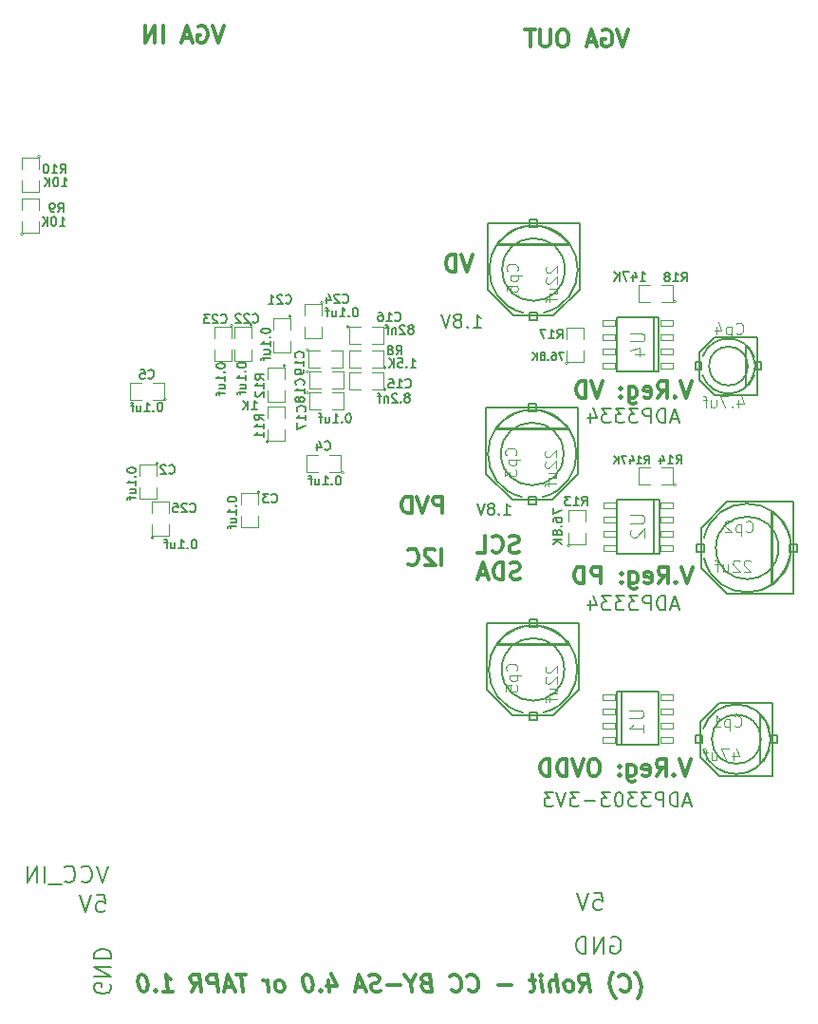
<source format=gbo>
G04 (created by PCBNEW (2013-07-07 BZR 4022)-stable) date 29/07/2014 2:53:13 PM*
%MOIN*%
G04 Gerber Fmt 3.4, Leading zero omitted, Abs format*
%FSLAX34Y34*%
G01*
G70*
G90*
G04 APERTURE LIST*
%ADD10C,0.00590551*%
%ADD11C,0.011811*%
%ADD12C,0.00787402*%
%ADD13C,0.0039*%
%ADD14C,0.0026*%
%ADD15C,0.008*%
%ADD16C,0.006*%
%ADD17C,0.0035*%
G04 APERTURE END LIST*
G54D10*
G54D11*
X59610Y-42432D02*
X59635Y-42404D01*
X59681Y-42320D01*
X59702Y-42263D01*
X59719Y-42179D01*
X59730Y-42038D01*
X59716Y-41926D01*
X59670Y-41785D01*
X59631Y-41701D01*
X59596Y-41645D01*
X59530Y-41560D01*
X59498Y-41532D01*
X59013Y-42151D02*
X59044Y-42179D01*
X59132Y-42207D01*
X59189Y-42207D01*
X59269Y-42179D01*
X59319Y-42123D01*
X59340Y-42066D01*
X59354Y-41954D01*
X59343Y-41870D01*
X59301Y-41757D01*
X59266Y-41701D01*
X59203Y-41645D01*
X59115Y-41616D01*
X59058Y-41616D01*
X58978Y-41645D01*
X58953Y-41673D01*
X58851Y-42432D02*
X58819Y-42404D01*
X58753Y-42320D01*
X58718Y-42263D01*
X58679Y-42179D01*
X58633Y-42038D01*
X58619Y-41926D01*
X58630Y-41785D01*
X58647Y-41701D01*
X58668Y-41645D01*
X58714Y-41560D01*
X58739Y-41532D01*
X57586Y-42207D02*
X57747Y-41926D01*
X57923Y-42207D02*
X57849Y-41616D01*
X57624Y-41616D01*
X57572Y-41645D01*
X57547Y-41673D01*
X57526Y-41729D01*
X57536Y-41813D01*
X57572Y-41870D01*
X57603Y-41898D01*
X57663Y-41926D01*
X57888Y-41926D01*
X57248Y-42207D02*
X57301Y-42179D01*
X57325Y-42151D01*
X57347Y-42095D01*
X57325Y-41926D01*
X57290Y-41870D01*
X57259Y-41841D01*
X57199Y-41813D01*
X57115Y-41813D01*
X57062Y-41841D01*
X57037Y-41870D01*
X57016Y-41926D01*
X57037Y-42095D01*
X57072Y-42151D01*
X57104Y-42179D01*
X57164Y-42207D01*
X57248Y-42207D01*
X56798Y-42207D02*
X56724Y-41616D01*
X56545Y-42207D02*
X56506Y-41898D01*
X56528Y-41841D01*
X56580Y-41813D01*
X56665Y-41813D01*
X56724Y-41841D01*
X56756Y-41870D01*
X56264Y-42207D02*
X56215Y-41813D01*
X56190Y-41616D02*
X56222Y-41645D01*
X56197Y-41673D01*
X56165Y-41645D01*
X56190Y-41616D01*
X56197Y-41673D01*
X56018Y-41813D02*
X55793Y-41813D01*
X55909Y-41616D02*
X55972Y-42123D01*
X55951Y-42179D01*
X55898Y-42207D01*
X55842Y-42207D01*
X55167Y-41982D02*
X54717Y-41982D01*
X53670Y-42151D02*
X53701Y-42179D01*
X53789Y-42207D01*
X53845Y-42207D01*
X53926Y-42179D01*
X53976Y-42123D01*
X53997Y-42066D01*
X54011Y-41954D01*
X54000Y-41870D01*
X53958Y-41757D01*
X53923Y-41701D01*
X53860Y-41645D01*
X53772Y-41616D01*
X53715Y-41616D01*
X53635Y-41645D01*
X53610Y-41673D01*
X53079Y-42151D02*
X53111Y-42179D01*
X53199Y-42207D01*
X53255Y-42207D01*
X53336Y-42179D01*
X53385Y-42123D01*
X53406Y-42066D01*
X53420Y-41954D01*
X53410Y-41870D01*
X53367Y-41757D01*
X53332Y-41701D01*
X53269Y-41645D01*
X53181Y-41616D01*
X53125Y-41616D01*
X53044Y-41645D01*
X53019Y-41673D01*
X52148Y-41898D02*
X52067Y-41926D01*
X52042Y-41954D01*
X52021Y-42010D01*
X52032Y-42095D01*
X52067Y-42151D01*
X52098Y-42179D01*
X52158Y-42207D01*
X52383Y-42207D01*
X52309Y-41616D01*
X52112Y-41616D01*
X52060Y-41645D01*
X52035Y-41673D01*
X52014Y-41729D01*
X52021Y-41785D01*
X52056Y-41841D01*
X52088Y-41870D01*
X52148Y-41898D01*
X52344Y-41898D01*
X51645Y-41926D02*
X51680Y-42207D01*
X51803Y-41616D02*
X51645Y-41926D01*
X51409Y-41616D01*
X51258Y-41982D02*
X50808Y-41982D01*
X50580Y-42179D02*
X50499Y-42207D01*
X50358Y-42207D01*
X50299Y-42179D01*
X50267Y-42151D01*
X50232Y-42095D01*
X50225Y-42038D01*
X50246Y-41982D01*
X50271Y-41954D01*
X50323Y-41926D01*
X50432Y-41898D01*
X50485Y-41870D01*
X50510Y-41841D01*
X50531Y-41785D01*
X50524Y-41729D01*
X50488Y-41673D01*
X50457Y-41645D01*
X50397Y-41616D01*
X50256Y-41616D01*
X50176Y-41645D01*
X50000Y-42038D02*
X49719Y-42038D01*
X50077Y-42207D02*
X49807Y-41616D01*
X49683Y-42207D01*
X48734Y-41813D02*
X48784Y-42207D01*
X48847Y-41588D02*
X49040Y-42010D01*
X48675Y-42010D01*
X48467Y-42151D02*
X48443Y-42179D01*
X48474Y-42207D01*
X48499Y-42179D01*
X48467Y-42151D01*
X48474Y-42207D01*
X48007Y-41616D02*
X47950Y-41616D01*
X47898Y-41645D01*
X47873Y-41673D01*
X47852Y-41729D01*
X47838Y-41841D01*
X47856Y-41982D01*
X47898Y-42095D01*
X47933Y-42151D01*
X47965Y-42179D01*
X48024Y-42207D01*
X48081Y-42207D01*
X48133Y-42179D01*
X48158Y-42151D01*
X48179Y-42095D01*
X48193Y-41982D01*
X48175Y-41841D01*
X48133Y-41729D01*
X48098Y-41673D01*
X48066Y-41645D01*
X48007Y-41616D01*
X47096Y-42207D02*
X47149Y-42179D01*
X47174Y-42151D01*
X47195Y-42095D01*
X47174Y-41926D01*
X47138Y-41870D01*
X47107Y-41841D01*
X47047Y-41813D01*
X46963Y-41813D01*
X46910Y-41841D01*
X46885Y-41870D01*
X46864Y-41926D01*
X46885Y-42095D01*
X46921Y-42151D01*
X46952Y-42179D01*
X47012Y-42207D01*
X47096Y-42207D01*
X46646Y-42207D02*
X46597Y-41813D01*
X46611Y-41926D02*
X46576Y-41870D01*
X46544Y-41841D01*
X46485Y-41813D01*
X46428Y-41813D01*
X45841Y-41616D02*
X45504Y-41616D01*
X45746Y-42207D02*
X45673Y-41616D01*
X45388Y-42038D02*
X45107Y-42038D01*
X45465Y-42207D02*
X45195Y-41616D01*
X45072Y-42207D01*
X44875Y-42207D02*
X44801Y-41616D01*
X44576Y-41616D01*
X44523Y-41645D01*
X44499Y-41673D01*
X44477Y-41729D01*
X44488Y-41813D01*
X44523Y-41870D01*
X44555Y-41898D01*
X44615Y-41926D01*
X44840Y-41926D01*
X43947Y-42207D02*
X44108Y-41926D01*
X44284Y-42207D02*
X44210Y-41616D01*
X43985Y-41616D01*
X43933Y-41645D01*
X43908Y-41673D01*
X43887Y-41729D01*
X43897Y-41813D01*
X43933Y-41870D01*
X43964Y-41898D01*
X44024Y-41926D01*
X44249Y-41926D01*
X42934Y-42207D02*
X43272Y-42207D01*
X43103Y-42207D02*
X43029Y-41616D01*
X43096Y-41701D01*
X43159Y-41757D01*
X43219Y-41785D01*
X42674Y-42151D02*
X42650Y-42179D01*
X42681Y-42207D01*
X42706Y-42179D01*
X42674Y-42151D01*
X42681Y-42207D01*
X42214Y-41616D02*
X42157Y-41616D01*
X42105Y-41645D01*
X42080Y-41673D01*
X42059Y-41729D01*
X42045Y-41841D01*
X42063Y-41982D01*
X42105Y-42095D01*
X42140Y-42151D01*
X42172Y-42179D01*
X42231Y-42207D01*
X42288Y-42207D01*
X42340Y-42179D01*
X42365Y-42151D01*
X42386Y-42095D01*
X42400Y-41982D01*
X42382Y-41841D01*
X42340Y-41729D01*
X42305Y-41673D01*
X42273Y-41645D01*
X42214Y-41616D01*
X61470Y-34053D02*
X61273Y-34644D01*
X61077Y-34053D01*
X60880Y-34588D02*
X60852Y-34616D01*
X60880Y-34644D01*
X60908Y-34616D01*
X60880Y-34588D01*
X60880Y-34644D01*
X60261Y-34644D02*
X60458Y-34363D01*
X60598Y-34644D02*
X60598Y-34053D01*
X60374Y-34053D01*
X60317Y-34082D01*
X60289Y-34110D01*
X60261Y-34166D01*
X60261Y-34250D01*
X60289Y-34307D01*
X60317Y-34335D01*
X60374Y-34363D01*
X60598Y-34363D01*
X59783Y-34616D02*
X59839Y-34644D01*
X59952Y-34644D01*
X60008Y-34616D01*
X60036Y-34560D01*
X60036Y-34335D01*
X60008Y-34278D01*
X59952Y-34250D01*
X59839Y-34250D01*
X59783Y-34278D01*
X59755Y-34335D01*
X59755Y-34391D01*
X60036Y-34447D01*
X59249Y-34250D02*
X59249Y-34728D01*
X59277Y-34785D01*
X59305Y-34813D01*
X59361Y-34841D01*
X59446Y-34841D01*
X59502Y-34813D01*
X59249Y-34616D02*
X59305Y-34644D01*
X59417Y-34644D01*
X59474Y-34616D01*
X59502Y-34588D01*
X59530Y-34532D01*
X59530Y-34363D01*
X59502Y-34307D01*
X59474Y-34278D01*
X59417Y-34250D01*
X59305Y-34250D01*
X59249Y-34278D01*
X58967Y-34588D02*
X58939Y-34616D01*
X58967Y-34644D01*
X58996Y-34616D01*
X58967Y-34588D01*
X58967Y-34644D01*
X58967Y-34278D02*
X58939Y-34307D01*
X58967Y-34335D01*
X58996Y-34307D01*
X58967Y-34278D01*
X58967Y-34335D01*
X58124Y-34053D02*
X58011Y-34053D01*
X57955Y-34082D01*
X57899Y-34138D01*
X57871Y-34250D01*
X57871Y-34447D01*
X57899Y-34560D01*
X57955Y-34616D01*
X58011Y-34644D01*
X58124Y-34644D01*
X58180Y-34616D01*
X58236Y-34560D01*
X58264Y-34447D01*
X58264Y-34250D01*
X58236Y-34138D01*
X58180Y-34082D01*
X58124Y-34053D01*
X57702Y-34053D02*
X57505Y-34644D01*
X57308Y-34053D01*
X57111Y-34644D02*
X57111Y-34053D01*
X56971Y-34053D01*
X56886Y-34082D01*
X56830Y-34138D01*
X56802Y-34194D01*
X56774Y-34307D01*
X56774Y-34391D01*
X56802Y-34503D01*
X56830Y-34560D01*
X56886Y-34616D01*
X56971Y-34644D01*
X57111Y-34644D01*
X56521Y-34644D02*
X56521Y-34053D01*
X56380Y-34053D01*
X56296Y-34082D01*
X56240Y-34138D01*
X56212Y-34194D01*
X56183Y-34307D01*
X56183Y-34391D01*
X56212Y-34503D01*
X56240Y-34560D01*
X56296Y-34616D01*
X56380Y-34644D01*
X56521Y-34644D01*
X61538Y-27298D02*
X61341Y-27888D01*
X61144Y-27298D01*
X60947Y-27832D02*
X60919Y-27860D01*
X60947Y-27888D01*
X60975Y-27860D01*
X60947Y-27832D01*
X60947Y-27888D01*
X60329Y-27888D02*
X60525Y-27607D01*
X60666Y-27888D02*
X60666Y-27298D01*
X60441Y-27298D01*
X60385Y-27326D01*
X60357Y-27354D01*
X60329Y-27410D01*
X60329Y-27494D01*
X60357Y-27551D01*
X60385Y-27579D01*
X60441Y-27607D01*
X60666Y-27607D01*
X59850Y-27860D02*
X59907Y-27888D01*
X60019Y-27888D01*
X60075Y-27860D01*
X60104Y-27804D01*
X60104Y-27579D01*
X60075Y-27523D01*
X60019Y-27494D01*
X59907Y-27494D01*
X59850Y-27523D01*
X59822Y-27579D01*
X59822Y-27635D01*
X60104Y-27691D01*
X59316Y-27494D02*
X59316Y-27973D01*
X59344Y-28029D01*
X59372Y-28057D01*
X59429Y-28085D01*
X59513Y-28085D01*
X59569Y-28057D01*
X59316Y-27860D02*
X59372Y-27888D01*
X59485Y-27888D01*
X59541Y-27860D01*
X59569Y-27832D01*
X59597Y-27776D01*
X59597Y-27607D01*
X59569Y-27551D01*
X59541Y-27523D01*
X59485Y-27494D01*
X59372Y-27494D01*
X59316Y-27523D01*
X59035Y-27832D02*
X59007Y-27860D01*
X59035Y-27888D01*
X59063Y-27860D01*
X59035Y-27832D01*
X59035Y-27888D01*
X59035Y-27523D02*
X59007Y-27551D01*
X59035Y-27579D01*
X59063Y-27551D01*
X59035Y-27523D01*
X59035Y-27579D01*
X58304Y-27888D02*
X58304Y-27298D01*
X58079Y-27298D01*
X58023Y-27326D01*
X57994Y-27354D01*
X57966Y-27410D01*
X57966Y-27494D01*
X57994Y-27551D01*
X58023Y-27579D01*
X58079Y-27607D01*
X58304Y-27607D01*
X57713Y-27888D02*
X57713Y-27298D01*
X57573Y-27298D01*
X57488Y-27326D01*
X57432Y-27382D01*
X57404Y-27438D01*
X57376Y-27551D01*
X57376Y-27635D01*
X57404Y-27748D01*
X57432Y-27804D01*
X57488Y-27860D01*
X57573Y-27888D01*
X57713Y-27888D01*
X61511Y-20790D02*
X61314Y-21380D01*
X61118Y-20790D01*
X60921Y-21324D02*
X60893Y-21352D01*
X60921Y-21380D01*
X60949Y-21352D01*
X60921Y-21324D01*
X60921Y-21380D01*
X60302Y-21380D02*
X60499Y-21099D01*
X60640Y-21380D02*
X60640Y-20790D01*
X60415Y-20790D01*
X60358Y-20818D01*
X60330Y-20846D01*
X60302Y-20902D01*
X60302Y-20987D01*
X60330Y-21043D01*
X60358Y-21071D01*
X60415Y-21099D01*
X60640Y-21099D01*
X59824Y-21352D02*
X59880Y-21380D01*
X59993Y-21380D01*
X60049Y-21352D01*
X60077Y-21296D01*
X60077Y-21071D01*
X60049Y-21015D01*
X59993Y-20987D01*
X59880Y-20987D01*
X59824Y-21015D01*
X59796Y-21071D01*
X59796Y-21127D01*
X60077Y-21183D01*
X59290Y-20987D02*
X59290Y-21465D01*
X59318Y-21521D01*
X59346Y-21549D01*
X59402Y-21577D01*
X59487Y-21577D01*
X59543Y-21549D01*
X59290Y-21352D02*
X59346Y-21380D01*
X59458Y-21380D01*
X59515Y-21352D01*
X59543Y-21324D01*
X59571Y-21268D01*
X59571Y-21099D01*
X59543Y-21043D01*
X59515Y-21015D01*
X59458Y-20987D01*
X59346Y-20987D01*
X59290Y-21015D01*
X59008Y-21324D02*
X58980Y-21352D01*
X59008Y-21380D01*
X59037Y-21352D01*
X59008Y-21324D01*
X59008Y-21380D01*
X59008Y-21015D02*
X58980Y-21043D01*
X59008Y-21071D01*
X59037Y-21043D01*
X59008Y-21015D01*
X59008Y-21071D01*
X58362Y-20790D02*
X58165Y-21380D01*
X57968Y-20790D01*
X57771Y-21380D02*
X57771Y-20790D01*
X57631Y-20790D01*
X57546Y-20818D01*
X57490Y-20874D01*
X57462Y-20930D01*
X57434Y-21043D01*
X57434Y-21127D01*
X57462Y-21240D01*
X57490Y-21296D01*
X57546Y-21352D01*
X57631Y-21380D01*
X57771Y-21380D01*
G54D12*
X53826Y-18911D02*
X54096Y-18911D01*
X53961Y-18911D02*
X53961Y-18439D01*
X54006Y-18506D01*
X54051Y-18551D01*
X54096Y-18574D01*
X53623Y-18866D02*
X53601Y-18889D01*
X53623Y-18911D01*
X53646Y-18889D01*
X53623Y-18866D01*
X53623Y-18911D01*
X53331Y-18641D02*
X53376Y-18619D01*
X53398Y-18596D01*
X53421Y-18551D01*
X53421Y-18529D01*
X53398Y-18484D01*
X53376Y-18461D01*
X53331Y-18439D01*
X53241Y-18439D01*
X53196Y-18461D01*
X53173Y-18484D01*
X53151Y-18529D01*
X53151Y-18551D01*
X53173Y-18596D01*
X53196Y-18619D01*
X53241Y-18641D01*
X53331Y-18641D01*
X53376Y-18664D01*
X53398Y-18686D01*
X53421Y-18731D01*
X53421Y-18821D01*
X53398Y-18866D01*
X53376Y-18889D01*
X53331Y-18911D01*
X53241Y-18911D01*
X53196Y-18889D01*
X53173Y-18866D01*
X53151Y-18821D01*
X53151Y-18731D01*
X53173Y-18686D01*
X53196Y-18664D01*
X53241Y-18641D01*
X53016Y-18439D02*
X52858Y-18911D01*
X52701Y-18439D01*
G54D11*
X53791Y-16357D02*
X53594Y-16947D01*
X53397Y-16357D01*
X53200Y-16947D02*
X53200Y-16357D01*
X53060Y-16357D01*
X52975Y-16385D01*
X52919Y-16441D01*
X52891Y-16497D01*
X52863Y-16610D01*
X52863Y-16694D01*
X52891Y-16807D01*
X52919Y-16863D01*
X52975Y-16919D01*
X53060Y-16947D01*
X53200Y-16947D01*
G54D12*
X54904Y-25474D02*
X55129Y-25474D01*
X55016Y-25474D02*
X55016Y-25080D01*
X55054Y-25136D01*
X55091Y-25174D01*
X55129Y-25193D01*
X54735Y-25436D02*
X54716Y-25455D01*
X54735Y-25474D01*
X54754Y-25455D01*
X54735Y-25436D01*
X54735Y-25474D01*
X54491Y-25249D02*
X54529Y-25230D01*
X54548Y-25211D01*
X54566Y-25174D01*
X54566Y-25155D01*
X54548Y-25118D01*
X54529Y-25099D01*
X54491Y-25080D01*
X54416Y-25080D01*
X54379Y-25099D01*
X54360Y-25118D01*
X54341Y-25155D01*
X54341Y-25174D01*
X54360Y-25211D01*
X54379Y-25230D01*
X54416Y-25249D01*
X54491Y-25249D01*
X54529Y-25268D01*
X54548Y-25286D01*
X54566Y-25324D01*
X54566Y-25399D01*
X54548Y-25436D01*
X54529Y-25455D01*
X54491Y-25474D01*
X54416Y-25474D01*
X54379Y-25455D01*
X54360Y-25436D01*
X54341Y-25399D01*
X54341Y-25324D01*
X54360Y-25286D01*
X54379Y-25268D01*
X54416Y-25249D01*
X54229Y-25080D02*
X54098Y-25474D01*
X53967Y-25080D01*
G54D11*
X55473Y-27722D02*
X55388Y-27750D01*
X55248Y-27750D01*
X55191Y-27722D01*
X55163Y-27694D01*
X55135Y-27638D01*
X55135Y-27582D01*
X55163Y-27525D01*
X55191Y-27497D01*
X55248Y-27469D01*
X55360Y-27441D01*
X55416Y-27413D01*
X55444Y-27385D01*
X55473Y-27329D01*
X55473Y-27272D01*
X55444Y-27216D01*
X55416Y-27188D01*
X55360Y-27160D01*
X55219Y-27160D01*
X55135Y-27188D01*
X54882Y-27750D02*
X54882Y-27160D01*
X54741Y-27160D01*
X54657Y-27188D01*
X54601Y-27244D01*
X54573Y-27300D01*
X54544Y-27413D01*
X54544Y-27497D01*
X54573Y-27610D01*
X54601Y-27666D01*
X54657Y-27722D01*
X54741Y-27750D01*
X54882Y-27750D01*
X54320Y-27582D02*
X54038Y-27582D01*
X54376Y-27750D02*
X54179Y-27160D01*
X53982Y-27750D01*
X55427Y-26769D02*
X55343Y-26798D01*
X55202Y-26798D01*
X55146Y-26769D01*
X55118Y-26741D01*
X55089Y-26685D01*
X55089Y-26629D01*
X55118Y-26573D01*
X55146Y-26544D01*
X55202Y-26516D01*
X55314Y-26488D01*
X55371Y-26460D01*
X55399Y-26432D01*
X55427Y-26376D01*
X55427Y-26320D01*
X55399Y-26263D01*
X55371Y-26235D01*
X55314Y-26207D01*
X55174Y-26207D01*
X55089Y-26235D01*
X54499Y-26741D02*
X54527Y-26769D01*
X54611Y-26798D01*
X54668Y-26798D01*
X54752Y-26769D01*
X54808Y-26713D01*
X54836Y-26657D01*
X54865Y-26544D01*
X54865Y-26460D01*
X54836Y-26348D01*
X54808Y-26291D01*
X54752Y-26235D01*
X54668Y-26207D01*
X54611Y-26207D01*
X54527Y-26235D01*
X54499Y-26263D01*
X53965Y-26798D02*
X54246Y-26798D01*
X54246Y-26207D01*
X52718Y-27254D02*
X52718Y-26664D01*
X52465Y-26720D02*
X52437Y-26692D01*
X52380Y-26664D01*
X52240Y-26664D01*
X52183Y-26692D01*
X52155Y-26720D01*
X52127Y-26776D01*
X52127Y-26832D01*
X52155Y-26917D01*
X52493Y-27254D01*
X52127Y-27254D01*
X51537Y-27198D02*
X51565Y-27226D01*
X51649Y-27254D01*
X51705Y-27254D01*
X51790Y-27226D01*
X51846Y-27170D01*
X51874Y-27114D01*
X51902Y-27001D01*
X51902Y-26917D01*
X51874Y-26804D01*
X51846Y-26748D01*
X51790Y-26692D01*
X51705Y-26664D01*
X51649Y-26664D01*
X51565Y-26692D01*
X51537Y-26720D01*
X52754Y-25424D02*
X52754Y-24833D01*
X52529Y-24833D01*
X52473Y-24861D01*
X52444Y-24889D01*
X52416Y-24946D01*
X52416Y-25030D01*
X52444Y-25086D01*
X52473Y-25114D01*
X52529Y-25142D01*
X52754Y-25142D01*
X52248Y-24833D02*
X52051Y-25424D01*
X51854Y-24833D01*
X51657Y-25424D02*
X51657Y-24833D01*
X51516Y-24833D01*
X51432Y-24861D01*
X51376Y-24917D01*
X51348Y-24974D01*
X51320Y-25086D01*
X51320Y-25170D01*
X51348Y-25283D01*
X51376Y-25339D01*
X51432Y-25395D01*
X51516Y-25424D01*
X51657Y-25424D01*
G54D12*
X41079Y-41953D02*
X41107Y-42010D01*
X41107Y-42094D01*
X41079Y-42178D01*
X41023Y-42235D01*
X40966Y-42263D01*
X40854Y-42291D01*
X40769Y-42291D01*
X40657Y-42263D01*
X40601Y-42235D01*
X40544Y-42178D01*
X40516Y-42094D01*
X40516Y-42038D01*
X40544Y-41953D01*
X40573Y-41925D01*
X40769Y-41925D01*
X40769Y-42038D01*
X40516Y-41672D02*
X41107Y-41672D01*
X40516Y-41335D01*
X41107Y-41335D01*
X40516Y-41053D02*
X41107Y-41053D01*
X41107Y-40913D01*
X41079Y-40829D01*
X41023Y-40772D01*
X40966Y-40744D01*
X40854Y-40716D01*
X40769Y-40716D01*
X40657Y-40744D01*
X40601Y-40772D01*
X40544Y-40829D01*
X40516Y-40913D01*
X40516Y-41053D01*
X40592Y-38829D02*
X40874Y-38829D01*
X40902Y-39110D01*
X40874Y-39082D01*
X40817Y-39054D01*
X40677Y-39054D01*
X40620Y-39082D01*
X40592Y-39110D01*
X40564Y-39167D01*
X40564Y-39307D01*
X40592Y-39363D01*
X40620Y-39392D01*
X40677Y-39420D01*
X40817Y-39420D01*
X40874Y-39392D01*
X40902Y-39363D01*
X40395Y-38829D02*
X40199Y-39420D01*
X40002Y-38829D01*
X41001Y-37798D02*
X40804Y-38388D01*
X40607Y-37798D01*
X40073Y-38332D02*
X40101Y-38360D01*
X40186Y-38388D01*
X40242Y-38388D01*
X40326Y-38360D01*
X40383Y-38304D01*
X40411Y-38248D01*
X40439Y-38135D01*
X40439Y-38051D01*
X40411Y-37938D01*
X40383Y-37882D01*
X40326Y-37826D01*
X40242Y-37798D01*
X40186Y-37798D01*
X40101Y-37826D01*
X40073Y-37854D01*
X39483Y-38332D02*
X39511Y-38360D01*
X39595Y-38388D01*
X39651Y-38388D01*
X39736Y-38360D01*
X39792Y-38304D01*
X39820Y-38248D01*
X39848Y-38135D01*
X39848Y-38051D01*
X39820Y-37938D01*
X39792Y-37882D01*
X39736Y-37826D01*
X39651Y-37798D01*
X39595Y-37798D01*
X39511Y-37826D01*
X39483Y-37854D01*
X39370Y-38444D02*
X38920Y-38444D01*
X38780Y-38388D02*
X38780Y-37798D01*
X38498Y-38388D02*
X38498Y-37798D01*
X38161Y-38388D01*
X38161Y-37798D01*
X58682Y-40310D02*
X58738Y-40282D01*
X58822Y-40282D01*
X58907Y-40310D01*
X58963Y-40366D01*
X58991Y-40422D01*
X59019Y-40535D01*
X59019Y-40619D01*
X58991Y-40732D01*
X58963Y-40788D01*
X58907Y-40844D01*
X58822Y-40872D01*
X58766Y-40872D01*
X58682Y-40844D01*
X58654Y-40816D01*
X58654Y-40619D01*
X58766Y-40619D01*
X58401Y-40872D02*
X58401Y-40282D01*
X58063Y-40872D01*
X58063Y-40282D01*
X57782Y-40872D02*
X57782Y-40282D01*
X57641Y-40282D01*
X57557Y-40310D01*
X57501Y-40366D01*
X57473Y-40422D01*
X57444Y-40535D01*
X57444Y-40619D01*
X57473Y-40732D01*
X57501Y-40788D01*
X57557Y-40844D01*
X57641Y-40872D01*
X57782Y-40872D01*
X58061Y-38762D02*
X58342Y-38762D01*
X58370Y-39043D01*
X58342Y-39015D01*
X58286Y-38987D01*
X58145Y-38987D01*
X58089Y-39015D01*
X58061Y-39043D01*
X58033Y-39100D01*
X58033Y-39240D01*
X58061Y-39296D01*
X58089Y-39325D01*
X58145Y-39353D01*
X58286Y-39353D01*
X58342Y-39325D01*
X58370Y-39296D01*
X57864Y-38762D02*
X57667Y-39353D01*
X57470Y-38762D01*
G54D11*
X45065Y-8313D02*
X44868Y-8904D01*
X44672Y-8313D01*
X44165Y-8341D02*
X44222Y-8313D01*
X44306Y-8313D01*
X44390Y-8341D01*
X44447Y-8398D01*
X44475Y-8454D01*
X44503Y-8566D01*
X44503Y-8651D01*
X44475Y-8763D01*
X44447Y-8820D01*
X44390Y-8876D01*
X44306Y-8904D01*
X44250Y-8904D01*
X44165Y-8876D01*
X44137Y-8848D01*
X44137Y-8651D01*
X44250Y-8651D01*
X43912Y-8735D02*
X43631Y-8735D01*
X43969Y-8904D02*
X43772Y-8313D01*
X43575Y-8904D01*
X42928Y-8904D02*
X42928Y-8313D01*
X42647Y-8904D02*
X42647Y-8313D01*
X42309Y-8904D01*
X42309Y-8313D01*
X59282Y-8459D02*
X59085Y-9050D01*
X58888Y-8459D01*
X58382Y-8487D02*
X58438Y-8459D01*
X58523Y-8459D01*
X58607Y-8487D01*
X58663Y-8543D01*
X58691Y-8600D01*
X58719Y-8712D01*
X58719Y-8796D01*
X58691Y-8909D01*
X58663Y-8965D01*
X58607Y-9021D01*
X58523Y-9050D01*
X58466Y-9050D01*
X58382Y-9021D01*
X58354Y-8993D01*
X58354Y-8796D01*
X58466Y-8796D01*
X58129Y-8881D02*
X57848Y-8881D01*
X58185Y-9050D02*
X57988Y-8459D01*
X57791Y-9050D01*
X57032Y-8459D02*
X56920Y-8459D01*
X56863Y-8487D01*
X56807Y-8543D01*
X56779Y-8656D01*
X56779Y-8853D01*
X56807Y-8965D01*
X56863Y-9021D01*
X56920Y-9050D01*
X57032Y-9050D01*
X57088Y-9021D01*
X57145Y-8965D01*
X57173Y-8853D01*
X57173Y-8656D01*
X57145Y-8543D01*
X57088Y-8487D01*
X57032Y-8459D01*
X56526Y-8459D02*
X56526Y-8937D01*
X56498Y-8993D01*
X56470Y-9021D01*
X56413Y-9050D01*
X56301Y-9050D01*
X56245Y-9021D01*
X56217Y-8993D01*
X56188Y-8937D01*
X56188Y-8459D01*
X55992Y-8459D02*
X55654Y-8459D01*
X55823Y-9050D02*
X55823Y-8459D01*
G54D13*
X38009Y-15630D02*
G75*
G03X38009Y-15630I-50J0D01*
G74*
G01*
X37959Y-15180D02*
X37959Y-15580D01*
X37959Y-15580D02*
X38559Y-15580D01*
X38559Y-15580D02*
X38559Y-15180D01*
X38559Y-14780D02*
X38559Y-14380D01*
X38559Y-14380D02*
X37959Y-14380D01*
X37959Y-14380D02*
X37959Y-14780D01*
X57218Y-26567D02*
G75*
G03X57218Y-26567I-50J0D01*
G74*
G01*
X57168Y-26117D02*
X57168Y-26517D01*
X57168Y-26517D02*
X57768Y-26517D01*
X57768Y-26517D02*
X57768Y-26117D01*
X57768Y-25717D02*
X57768Y-25317D01*
X57768Y-25317D02*
X57168Y-25317D01*
X57168Y-25317D02*
X57168Y-25717D01*
X60955Y-24429D02*
G75*
G03X60955Y-24429I-50J0D01*
G74*
G01*
X60455Y-24429D02*
X60855Y-24429D01*
X60855Y-24429D02*
X60855Y-23829D01*
X60855Y-23829D02*
X60455Y-23829D01*
X60055Y-23829D02*
X59655Y-23829D01*
X59655Y-23829D02*
X59655Y-24429D01*
X59655Y-24429D02*
X60055Y-24429D01*
X60951Y-18008D02*
G75*
G03X60951Y-18008I-50J0D01*
G74*
G01*
X60451Y-18008D02*
X60851Y-18008D01*
X60851Y-18008D02*
X60851Y-17408D01*
X60851Y-17408D02*
X60451Y-17408D01*
X60051Y-17408D02*
X59651Y-17408D01*
X59651Y-17408D02*
X59651Y-18008D01*
X59651Y-18008D02*
X60051Y-18008D01*
X57151Y-20165D02*
G75*
G03X57151Y-20165I-50J0D01*
G74*
G01*
X57101Y-19715D02*
X57101Y-20115D01*
X57101Y-20115D02*
X57701Y-20115D01*
X57701Y-20115D02*
X57701Y-19715D01*
X57701Y-19315D02*
X57701Y-18915D01*
X57701Y-18915D02*
X57101Y-18915D01*
X57101Y-18915D02*
X57101Y-19315D01*
X38629Y-12901D02*
G75*
G03X38629Y-12901I-50J0D01*
G74*
G01*
X38579Y-13351D02*
X38579Y-12951D01*
X38579Y-12951D02*
X37979Y-12951D01*
X37979Y-12951D02*
X37979Y-13351D01*
X37979Y-13751D02*
X37979Y-14151D01*
X37979Y-14151D02*
X38579Y-14151D01*
X38579Y-14151D02*
X38579Y-13751D01*
X46639Y-22929D02*
G75*
G03X46639Y-22929I-50J0D01*
G74*
G01*
X46589Y-22479D02*
X46589Y-22879D01*
X46589Y-22879D02*
X47189Y-22879D01*
X47189Y-22879D02*
X47189Y-22479D01*
X47189Y-22079D02*
X47189Y-21679D01*
X47189Y-21679D02*
X46589Y-21679D01*
X46589Y-21679D02*
X46589Y-22079D01*
X47239Y-20259D02*
G75*
G03X47239Y-20259I-50J0D01*
G74*
G01*
X47189Y-20709D02*
X47189Y-20309D01*
X47189Y-20309D02*
X46589Y-20309D01*
X46589Y-20309D02*
X46589Y-20709D01*
X46589Y-21109D02*
X46589Y-21509D01*
X46589Y-21509D02*
X47189Y-21509D01*
X47189Y-21509D02*
X47189Y-21109D01*
X50774Y-20307D02*
G75*
G03X50774Y-20307I-50J0D01*
G74*
G01*
X50274Y-20307D02*
X50674Y-20307D01*
X50674Y-20307D02*
X50674Y-19707D01*
X50674Y-19707D02*
X50274Y-19707D01*
X49874Y-19707D02*
X49474Y-19707D01*
X49474Y-19707D02*
X49474Y-20307D01*
X49474Y-20307D02*
X49874Y-20307D01*
X49466Y-18888D02*
G75*
G03X49466Y-18888I-50J0D01*
G74*
G01*
X49866Y-18888D02*
X49466Y-18888D01*
X49466Y-18888D02*
X49466Y-19488D01*
X49466Y-19488D02*
X49866Y-19488D01*
X50266Y-19488D02*
X50666Y-19488D01*
X50666Y-19488D02*
X50666Y-18888D01*
X50666Y-18888D02*
X50266Y-18888D01*
X50770Y-21075D02*
G75*
G03X50770Y-21075I-50J0D01*
G74*
G01*
X50270Y-21075D02*
X50670Y-21075D01*
X50670Y-21075D02*
X50670Y-20475D01*
X50670Y-20475D02*
X50270Y-20475D01*
X49870Y-20475D02*
X49470Y-20475D01*
X49470Y-20475D02*
X49470Y-21075D01*
X49470Y-21075D02*
X49870Y-21075D01*
G54D14*
X58386Y-33464D02*
X58386Y-33271D01*
X58386Y-33271D02*
X58819Y-33271D01*
X58819Y-33464D02*
X58819Y-33271D01*
X58386Y-33464D02*
X58819Y-33464D01*
X58386Y-32964D02*
X58386Y-32771D01*
X58386Y-32771D02*
X58819Y-32771D01*
X58819Y-32964D02*
X58819Y-32771D01*
X58386Y-32964D02*
X58819Y-32964D01*
X58386Y-32465D02*
X58386Y-32272D01*
X58386Y-32272D02*
X58819Y-32272D01*
X58819Y-32465D02*
X58819Y-32272D01*
X58386Y-32465D02*
X58819Y-32465D01*
X58386Y-31965D02*
X58386Y-31772D01*
X58386Y-31772D02*
X58819Y-31772D01*
X58819Y-31965D02*
X58819Y-31772D01*
X58386Y-31965D02*
X58819Y-31965D01*
X60393Y-31965D02*
X60393Y-31772D01*
X60393Y-31772D02*
X60826Y-31772D01*
X60826Y-31965D02*
X60826Y-31772D01*
X60393Y-31965D02*
X60826Y-31965D01*
X60393Y-32465D02*
X60393Y-32272D01*
X60393Y-32272D02*
X60826Y-32272D01*
X60826Y-32465D02*
X60826Y-32272D01*
X60393Y-32465D02*
X60826Y-32465D01*
X60393Y-32964D02*
X60393Y-32771D01*
X60393Y-32771D02*
X60826Y-32771D01*
X60826Y-32964D02*
X60826Y-32771D01*
X60393Y-32964D02*
X60826Y-32964D01*
X60393Y-33464D02*
X60393Y-33271D01*
X60393Y-33271D02*
X60826Y-33271D01*
X60826Y-33464D02*
X60826Y-33271D01*
X60393Y-33464D02*
X60826Y-33464D01*
G54D15*
X60354Y-31674D02*
X59055Y-31674D01*
X59055Y-31674D02*
X58858Y-31674D01*
X58858Y-31674D02*
X58858Y-33562D01*
X58858Y-33562D02*
X59055Y-33562D01*
X59055Y-33562D02*
X60354Y-33562D01*
X60354Y-33562D02*
X60354Y-31674D01*
X59055Y-31674D02*
X59055Y-33562D01*
G54D14*
X60830Y-25055D02*
X60830Y-25248D01*
X60830Y-25248D02*
X60397Y-25248D01*
X60397Y-25055D02*
X60397Y-25248D01*
X60830Y-25055D02*
X60397Y-25055D01*
X60830Y-25555D02*
X60830Y-25748D01*
X60830Y-25748D02*
X60397Y-25748D01*
X60397Y-25555D02*
X60397Y-25748D01*
X60830Y-25555D02*
X60397Y-25555D01*
X60830Y-26054D02*
X60830Y-26247D01*
X60830Y-26247D02*
X60397Y-26247D01*
X60397Y-26054D02*
X60397Y-26247D01*
X60830Y-26054D02*
X60397Y-26054D01*
X60830Y-26554D02*
X60830Y-26747D01*
X60830Y-26747D02*
X60397Y-26747D01*
X60397Y-26554D02*
X60397Y-26747D01*
X60830Y-26554D02*
X60397Y-26554D01*
X58823Y-26554D02*
X58823Y-26747D01*
X58823Y-26747D02*
X58390Y-26747D01*
X58390Y-26554D02*
X58390Y-26747D01*
X58823Y-26554D02*
X58390Y-26554D01*
X58823Y-26054D02*
X58823Y-26247D01*
X58823Y-26247D02*
X58390Y-26247D01*
X58390Y-26054D02*
X58390Y-26247D01*
X58823Y-26054D02*
X58390Y-26054D01*
X58823Y-25555D02*
X58823Y-25748D01*
X58823Y-25748D02*
X58390Y-25748D01*
X58390Y-25555D02*
X58390Y-25748D01*
X58823Y-25555D02*
X58390Y-25555D01*
X58823Y-25055D02*
X58823Y-25248D01*
X58823Y-25248D02*
X58390Y-25248D01*
X58390Y-25055D02*
X58390Y-25248D01*
X58823Y-25055D02*
X58390Y-25055D01*
G54D15*
X58862Y-26845D02*
X60161Y-26845D01*
X60161Y-26845D02*
X60358Y-26845D01*
X60358Y-26845D02*
X60358Y-24957D01*
X60358Y-24957D02*
X60161Y-24957D01*
X60161Y-24957D02*
X58862Y-24957D01*
X58862Y-24957D02*
X58862Y-26845D01*
X60161Y-26845D02*
X60161Y-24957D01*
G54D14*
X60826Y-18650D02*
X60826Y-18843D01*
X60826Y-18843D02*
X60393Y-18843D01*
X60393Y-18650D02*
X60393Y-18843D01*
X60826Y-18650D02*
X60393Y-18650D01*
X60826Y-19150D02*
X60826Y-19343D01*
X60826Y-19343D02*
X60393Y-19343D01*
X60393Y-19150D02*
X60393Y-19343D01*
X60826Y-19150D02*
X60393Y-19150D01*
X60826Y-19649D02*
X60826Y-19842D01*
X60826Y-19842D02*
X60393Y-19842D01*
X60393Y-19649D02*
X60393Y-19842D01*
X60826Y-19649D02*
X60393Y-19649D01*
X60826Y-20149D02*
X60826Y-20342D01*
X60826Y-20342D02*
X60393Y-20342D01*
X60393Y-20149D02*
X60393Y-20342D01*
X60826Y-20149D02*
X60393Y-20149D01*
X58819Y-20149D02*
X58819Y-20342D01*
X58819Y-20342D02*
X58386Y-20342D01*
X58386Y-20149D02*
X58386Y-20342D01*
X58819Y-20149D02*
X58386Y-20149D01*
X58819Y-19649D02*
X58819Y-19842D01*
X58819Y-19842D02*
X58386Y-19842D01*
X58386Y-19649D02*
X58386Y-19842D01*
X58819Y-19649D02*
X58386Y-19649D01*
X58819Y-19150D02*
X58819Y-19343D01*
X58819Y-19343D02*
X58386Y-19343D01*
X58386Y-19150D02*
X58386Y-19343D01*
X58819Y-19150D02*
X58386Y-19150D01*
X58819Y-18650D02*
X58819Y-18843D01*
X58819Y-18843D02*
X58386Y-18843D01*
X58386Y-18650D02*
X58386Y-18843D01*
X58819Y-18650D02*
X58386Y-18650D01*
G54D15*
X58858Y-20440D02*
X60157Y-20440D01*
X60157Y-20440D02*
X60354Y-20440D01*
X60354Y-20440D02*
X60354Y-18552D01*
X60354Y-18552D02*
X60157Y-18552D01*
X60157Y-18552D02*
X58858Y-18552D01*
X58858Y-18552D02*
X58858Y-20440D01*
X60157Y-20440D02*
X60157Y-18552D01*
G54D13*
X46338Y-24676D02*
G75*
G03X46338Y-24676I-50J0D01*
G74*
G01*
X46288Y-25126D02*
X46288Y-24726D01*
X46288Y-24726D02*
X45688Y-24726D01*
X45688Y-24726D02*
X45688Y-25126D01*
X45688Y-25526D02*
X45688Y-25926D01*
X45688Y-25926D02*
X46288Y-25926D01*
X46288Y-25926D02*
X46288Y-25526D01*
X48057Y-20463D02*
G75*
G03X48057Y-20463I-50J0D01*
G74*
G01*
X48457Y-20463D02*
X48057Y-20463D01*
X48057Y-20463D02*
X48057Y-21063D01*
X48057Y-21063D02*
X48457Y-21063D01*
X48857Y-21063D02*
X49257Y-21063D01*
X49257Y-21063D02*
X49257Y-20463D01*
X49257Y-20463D02*
X48857Y-20463D01*
X48057Y-21184D02*
G75*
G03X48057Y-21184I-50J0D01*
G74*
G01*
X48457Y-21184D02*
X48057Y-21184D01*
X48057Y-21184D02*
X48057Y-21784D01*
X48057Y-21784D02*
X48457Y-21784D01*
X48857Y-21784D02*
X49257Y-21784D01*
X49257Y-21784D02*
X49257Y-21184D01*
X49257Y-21184D02*
X48857Y-21184D01*
X43058Y-21437D02*
G75*
G03X43058Y-21437I-50J0D01*
G74*
G01*
X42558Y-21437D02*
X42958Y-21437D01*
X42958Y-21437D02*
X42958Y-20837D01*
X42958Y-20837D02*
X42558Y-20837D01*
X42158Y-20837D02*
X41758Y-20837D01*
X41758Y-20837D02*
X41758Y-21437D01*
X41758Y-21437D02*
X42158Y-21437D01*
X49286Y-23988D02*
G75*
G03X49286Y-23988I-50J0D01*
G74*
G01*
X48786Y-23988D02*
X49186Y-23988D01*
X49186Y-23988D02*
X49186Y-23388D01*
X49186Y-23388D02*
X48786Y-23388D01*
X48386Y-23388D02*
X47986Y-23388D01*
X47986Y-23388D02*
X47986Y-23988D01*
X47986Y-23988D02*
X48386Y-23988D01*
X42596Y-26275D02*
G75*
G03X42596Y-26275I-50J0D01*
G74*
G01*
X42546Y-25825D02*
X42546Y-26225D01*
X42546Y-26225D02*
X43146Y-26225D01*
X43146Y-26225D02*
X43146Y-25825D01*
X43146Y-25425D02*
X43146Y-25025D01*
X43146Y-25025D02*
X42546Y-25025D01*
X42546Y-25025D02*
X42546Y-25425D01*
X48049Y-19707D02*
G75*
G03X48049Y-19707I-50J0D01*
G74*
G01*
X48449Y-19707D02*
X48049Y-19707D01*
X48049Y-19707D02*
X48049Y-20307D01*
X48049Y-20307D02*
X48449Y-20307D01*
X48849Y-20307D02*
X49249Y-20307D01*
X49249Y-20307D02*
X49249Y-19707D01*
X49249Y-19707D02*
X48849Y-19707D01*
X47448Y-18519D02*
G75*
G03X47448Y-18519I-50J0D01*
G74*
G01*
X47398Y-18969D02*
X47398Y-18569D01*
X47398Y-18569D02*
X46798Y-18569D01*
X46798Y-18569D02*
X46798Y-18969D01*
X46798Y-19369D02*
X46798Y-19769D01*
X46798Y-19769D02*
X47398Y-19769D01*
X47398Y-19769D02*
X47398Y-19369D01*
X46074Y-18818D02*
G75*
G03X46074Y-18818I-50J0D01*
G74*
G01*
X46024Y-19268D02*
X46024Y-18868D01*
X46024Y-18868D02*
X45424Y-18868D01*
X45424Y-18868D02*
X45424Y-19268D01*
X45424Y-19668D02*
X45424Y-20068D01*
X45424Y-20068D02*
X46024Y-20068D01*
X46024Y-20068D02*
X46024Y-19668D01*
X45389Y-18822D02*
G75*
G03X45389Y-18822I-50J0D01*
G74*
G01*
X45339Y-19272D02*
X45339Y-18872D01*
X45339Y-18872D02*
X44739Y-18872D01*
X44739Y-18872D02*
X44739Y-19272D01*
X44739Y-19672D02*
X44739Y-20072D01*
X44739Y-20072D02*
X45339Y-20072D01*
X45339Y-20072D02*
X45339Y-19672D01*
X48558Y-18019D02*
G75*
G03X48558Y-18019I-50J0D01*
G74*
G01*
X48508Y-18469D02*
X48508Y-18069D01*
X48508Y-18069D02*
X47908Y-18069D01*
X47908Y-18069D02*
X47908Y-18469D01*
X47908Y-18869D02*
X47908Y-19269D01*
X47908Y-19269D02*
X48508Y-19269D01*
X48508Y-19269D02*
X48508Y-18869D01*
X42771Y-23668D02*
G75*
G03X42771Y-23668I-50J0D01*
G74*
G01*
X42721Y-24118D02*
X42721Y-23718D01*
X42721Y-23718D02*
X42121Y-23718D01*
X42121Y-23718D02*
X42121Y-24118D01*
X42121Y-24518D02*
X42121Y-24918D01*
X42121Y-24918D02*
X42721Y-24918D01*
X42721Y-24918D02*
X42721Y-24518D01*
G54D10*
X56066Y-29134D02*
X56066Y-29409D01*
X56066Y-29409D02*
X55792Y-29409D01*
X55792Y-29134D02*
X55792Y-29409D01*
X56066Y-29134D02*
X55792Y-29134D01*
X56066Y-32401D02*
X56066Y-32676D01*
X56066Y-32676D02*
X55792Y-32676D01*
X55792Y-32401D02*
X55792Y-32676D01*
X56066Y-32401D02*
X55792Y-32401D01*
X54315Y-29291D02*
X54315Y-31613D01*
X54315Y-31613D02*
X55221Y-32519D01*
X55221Y-32519D02*
X56637Y-32519D01*
X56637Y-32519D02*
X57543Y-31613D01*
X57543Y-31613D02*
X57543Y-29291D01*
X57543Y-29291D02*
X54315Y-29291D01*
X55575Y-29291D02*
X54315Y-29291D01*
X54315Y-29291D02*
X54315Y-31613D01*
X54315Y-31613D02*
X55221Y-32519D01*
X55221Y-32519D02*
X55575Y-32519D01*
X56283Y-32519D02*
X56637Y-32519D01*
X56637Y-32519D02*
X57543Y-31613D01*
X57543Y-31613D02*
X57543Y-29291D01*
X57543Y-29291D02*
X56283Y-29291D01*
X54650Y-30039D02*
X57208Y-30039D01*
X54670Y-30020D02*
X54945Y-29724D01*
X54945Y-29724D02*
X55339Y-29488D01*
X55339Y-29488D02*
X55674Y-29390D01*
X55674Y-29390D02*
X56184Y-29390D01*
X56184Y-29390D02*
X56558Y-29508D01*
X56558Y-29508D02*
X56932Y-29744D01*
X56932Y-29744D02*
X57188Y-30020D01*
X57188Y-30020D02*
X54689Y-30020D01*
X54689Y-30020D02*
X54670Y-30020D01*
X57027Y-30905D02*
G75*
G03X57027Y-30905I-1098J0D01*
G74*
G01*
X55573Y-32420D02*
G75*
G02X55573Y-29390I355J1514D01*
G74*
G01*
X56284Y-29390D02*
G75*
G02X56284Y-32420I-355J-1514D01*
G74*
G01*
X65219Y-26778D02*
X64944Y-26778D01*
X64944Y-26778D02*
X64944Y-26504D01*
X65219Y-26504D02*
X64944Y-26504D01*
X65219Y-26778D02*
X65219Y-26504D01*
X61952Y-26778D02*
X61677Y-26778D01*
X61677Y-26778D02*
X61677Y-26504D01*
X61952Y-26504D02*
X61677Y-26504D01*
X61952Y-26778D02*
X61952Y-26504D01*
X65062Y-25027D02*
X62740Y-25027D01*
X62740Y-25027D02*
X61834Y-25933D01*
X61834Y-25933D02*
X61834Y-27349D01*
X61834Y-27349D02*
X62740Y-28255D01*
X62740Y-28255D02*
X65062Y-28255D01*
X65062Y-28255D02*
X65062Y-25027D01*
X65062Y-26287D02*
X65062Y-25027D01*
X65062Y-25027D02*
X62740Y-25027D01*
X62740Y-25027D02*
X61834Y-25933D01*
X61834Y-25933D02*
X61834Y-26287D01*
X61834Y-26995D02*
X61834Y-27349D01*
X61834Y-27349D02*
X62740Y-28255D01*
X62740Y-28255D02*
X65062Y-28255D01*
X65062Y-28255D02*
X65062Y-26995D01*
X64314Y-25362D02*
X64314Y-27920D01*
X64333Y-25382D02*
X64629Y-25657D01*
X64629Y-25657D02*
X64865Y-26051D01*
X64865Y-26051D02*
X64963Y-26386D01*
X64963Y-26386D02*
X64963Y-26896D01*
X64963Y-26896D02*
X64845Y-27270D01*
X64845Y-27270D02*
X64609Y-27644D01*
X64609Y-27644D02*
X64333Y-27900D01*
X64333Y-27900D02*
X64333Y-25401D01*
X64333Y-25401D02*
X64333Y-25382D01*
X64547Y-26641D02*
G75*
G03X64547Y-26641I-1098J0D01*
G74*
G01*
X61934Y-26286D02*
G75*
G02X64963Y-26286I1514J-355D01*
G74*
G01*
X64963Y-26997D02*
G75*
G02X61934Y-26997I-1514J355D01*
G74*
G01*
X56038Y-21571D02*
X56038Y-21846D01*
X56038Y-21846D02*
X55764Y-21846D01*
X55764Y-21571D02*
X55764Y-21846D01*
X56038Y-21571D02*
X55764Y-21571D01*
X56038Y-24838D02*
X56038Y-25113D01*
X56038Y-25113D02*
X55764Y-25113D01*
X55764Y-24838D02*
X55764Y-25113D01*
X56038Y-24838D02*
X55764Y-24838D01*
X54287Y-21728D02*
X54287Y-24050D01*
X54287Y-24050D02*
X55193Y-24956D01*
X55193Y-24956D02*
X56609Y-24956D01*
X56609Y-24956D02*
X57515Y-24050D01*
X57515Y-24050D02*
X57515Y-21728D01*
X57515Y-21728D02*
X54287Y-21728D01*
X55547Y-21728D02*
X54287Y-21728D01*
X54287Y-21728D02*
X54287Y-24050D01*
X54287Y-24050D02*
X55193Y-24956D01*
X55193Y-24956D02*
X55547Y-24956D01*
X56255Y-24956D02*
X56609Y-24956D01*
X56609Y-24956D02*
X57515Y-24050D01*
X57515Y-24050D02*
X57515Y-21728D01*
X57515Y-21728D02*
X56255Y-21728D01*
X54622Y-22476D02*
X57180Y-22476D01*
X54642Y-22457D02*
X54917Y-22161D01*
X54917Y-22161D02*
X55311Y-21925D01*
X55311Y-21925D02*
X55646Y-21827D01*
X55646Y-21827D02*
X56156Y-21827D01*
X56156Y-21827D02*
X56530Y-21945D01*
X56530Y-21945D02*
X56904Y-22181D01*
X56904Y-22181D02*
X57160Y-22457D01*
X57160Y-22457D02*
X54661Y-22457D01*
X54661Y-22457D02*
X54642Y-22457D01*
X57000Y-23342D02*
G75*
G03X57000Y-23342I-1098J0D01*
G74*
G01*
X55546Y-24857D02*
G75*
G02X55546Y-21827I355J1514D01*
G74*
G01*
X56256Y-21827D02*
G75*
G02X56256Y-24857I-355J-1514D01*
G74*
G01*
X56081Y-15103D02*
X56081Y-15378D01*
X56081Y-15378D02*
X55807Y-15378D01*
X55807Y-15103D02*
X55807Y-15378D01*
X56081Y-15103D02*
X55807Y-15103D01*
X56081Y-18370D02*
X56081Y-18645D01*
X56081Y-18645D02*
X55807Y-18645D01*
X55807Y-18370D02*
X55807Y-18645D01*
X56081Y-18370D02*
X55807Y-18370D01*
X54330Y-15260D02*
X54330Y-17582D01*
X54330Y-17582D02*
X55236Y-18488D01*
X55236Y-18488D02*
X56652Y-18488D01*
X56652Y-18488D02*
X57558Y-17582D01*
X57558Y-17582D02*
X57558Y-15260D01*
X57558Y-15260D02*
X54330Y-15260D01*
X55590Y-15260D02*
X54330Y-15260D01*
X54330Y-15260D02*
X54330Y-17582D01*
X54330Y-17582D02*
X55236Y-18488D01*
X55236Y-18488D02*
X55590Y-18488D01*
X56298Y-18488D02*
X56652Y-18488D01*
X56652Y-18488D02*
X57558Y-17582D01*
X57558Y-17582D02*
X57558Y-15260D01*
X57558Y-15260D02*
X56298Y-15260D01*
X54665Y-16008D02*
X57223Y-16008D01*
X54685Y-15989D02*
X54960Y-15693D01*
X54960Y-15693D02*
X55354Y-15457D01*
X55354Y-15457D02*
X55689Y-15359D01*
X55689Y-15359D02*
X56199Y-15359D01*
X56199Y-15359D02*
X56573Y-15477D01*
X56573Y-15477D02*
X56947Y-15713D01*
X56947Y-15713D02*
X57203Y-15989D01*
X57203Y-15989D02*
X54704Y-15989D01*
X54704Y-15989D02*
X54685Y-15989D01*
X57043Y-16874D02*
G75*
G03X57043Y-16874I-1098J0D01*
G74*
G01*
X55589Y-18388D02*
G75*
G02X55589Y-15359I355J1514D01*
G74*
G01*
X56300Y-15359D02*
G75*
G02X56300Y-18388I-355J-1514D01*
G74*
G01*
X64507Y-33491D02*
X64270Y-33491D01*
X64270Y-33491D02*
X64270Y-33217D01*
X64507Y-33217D02*
X64270Y-33217D01*
X64507Y-33491D02*
X64507Y-33217D01*
X61870Y-33491D02*
X61633Y-33491D01*
X61633Y-33491D02*
X61633Y-33217D01*
X61870Y-33217D02*
X61633Y-33217D01*
X61870Y-33491D02*
X61870Y-33217D01*
X64349Y-32075D02*
X62460Y-32075D01*
X62460Y-32075D02*
X61791Y-32744D01*
X61791Y-32744D02*
X61791Y-33964D01*
X61791Y-33964D02*
X62460Y-34633D01*
X62460Y-34633D02*
X64349Y-34633D01*
X64349Y-34633D02*
X64349Y-32075D01*
X64349Y-32980D02*
X64349Y-32075D01*
X64349Y-32075D02*
X62460Y-32075D01*
X62460Y-32075D02*
X61791Y-32744D01*
X61791Y-32744D02*
X61791Y-32980D01*
X61791Y-33728D02*
X61791Y-33964D01*
X61791Y-33964D02*
X62460Y-34633D01*
X62460Y-34633D02*
X64349Y-34633D01*
X64349Y-34633D02*
X64349Y-33728D01*
X63896Y-32469D02*
X63896Y-34220D01*
X63916Y-32508D02*
X64093Y-32725D01*
X64093Y-32725D02*
X64211Y-33000D01*
X64211Y-33000D02*
X64270Y-33354D01*
X64270Y-33354D02*
X64211Y-33728D01*
X64211Y-33728D02*
X64073Y-34003D01*
X64073Y-34003D02*
X63916Y-34200D01*
X63916Y-34200D02*
X63916Y-32528D01*
X63916Y-32528D02*
X63916Y-32508D01*
X63933Y-33354D02*
G75*
G03X63933Y-33354I-862J0D01*
G74*
G01*
X61910Y-32979D02*
G75*
G02X64231Y-32979I1160J-374D01*
G74*
G01*
X64231Y-33729D02*
G75*
G02X61910Y-33729I-1160J374D01*
G74*
G01*
X63952Y-20396D02*
X63735Y-20396D01*
X63735Y-20396D02*
X63735Y-20122D01*
X63952Y-20122D02*
X63735Y-20122D01*
X63952Y-20396D02*
X63952Y-20122D01*
X61847Y-20396D02*
X61630Y-20396D01*
X61630Y-20396D02*
X61630Y-20122D01*
X61847Y-20122D02*
X61630Y-20122D01*
X61847Y-20396D02*
X61847Y-20122D01*
X63814Y-19236D02*
X62299Y-19236D01*
X62299Y-19236D02*
X61768Y-19767D01*
X61768Y-19767D02*
X61768Y-20751D01*
X61768Y-20751D02*
X62299Y-21282D01*
X62299Y-21282D02*
X63814Y-21282D01*
X63814Y-21282D02*
X63814Y-19236D01*
X63814Y-19885D02*
X63814Y-19236D01*
X63814Y-19236D02*
X62299Y-19236D01*
X62299Y-19236D02*
X61768Y-19767D01*
X61768Y-19767D02*
X61768Y-19885D01*
X61768Y-20633D02*
X61768Y-20751D01*
X61768Y-20751D02*
X62299Y-21282D01*
X62299Y-21282D02*
X63814Y-21282D01*
X63814Y-21282D02*
X63814Y-20633D01*
X63401Y-19531D02*
X63401Y-20987D01*
X63420Y-19551D02*
X63578Y-19728D01*
X63578Y-19728D02*
X63676Y-19964D01*
X63676Y-19964D02*
X63755Y-20240D01*
X63755Y-20240D02*
X63676Y-20554D01*
X63676Y-20554D02*
X63558Y-20790D01*
X63558Y-20790D02*
X63420Y-20967D01*
X63420Y-20967D02*
X63420Y-19551D01*
X63472Y-20259D02*
G75*
G03X63472Y-20259I-681J0D01*
G74*
G01*
X61886Y-19925D02*
G75*
G02X63696Y-19925I904J-334D01*
G74*
G01*
X63696Y-20594D02*
G75*
G02X61886Y-20594I-904J334D01*
G74*
G01*
G54D16*
X39245Y-14863D02*
X39350Y-14713D01*
X39425Y-14863D02*
X39425Y-14548D01*
X39305Y-14548D01*
X39275Y-14563D01*
X39260Y-14578D01*
X39245Y-14608D01*
X39245Y-14653D01*
X39260Y-14683D01*
X39275Y-14698D01*
X39305Y-14713D01*
X39425Y-14713D01*
X39095Y-14863D02*
X39035Y-14863D01*
X39005Y-14848D01*
X38990Y-14833D01*
X38960Y-14788D01*
X38945Y-14728D01*
X38945Y-14608D01*
X38960Y-14578D01*
X38975Y-14563D01*
X39005Y-14548D01*
X39065Y-14548D01*
X39095Y-14563D01*
X39110Y-14578D01*
X39125Y-14608D01*
X39125Y-14683D01*
X39110Y-14713D01*
X39095Y-14728D01*
X39065Y-14743D01*
X39005Y-14743D01*
X38975Y-14728D01*
X38960Y-14713D01*
X38945Y-14683D01*
X39304Y-15340D02*
X39484Y-15340D01*
X39394Y-15340D02*
X39394Y-15025D01*
X39424Y-15070D01*
X39454Y-15100D01*
X39484Y-15115D01*
X39109Y-15025D02*
X39079Y-15025D01*
X39049Y-15040D01*
X39034Y-15055D01*
X39019Y-15085D01*
X39004Y-15145D01*
X39004Y-15220D01*
X39019Y-15280D01*
X39034Y-15310D01*
X39049Y-15325D01*
X39079Y-15340D01*
X39109Y-15340D01*
X39139Y-15325D01*
X39154Y-15310D01*
X39169Y-15280D01*
X39184Y-15220D01*
X39184Y-15145D01*
X39169Y-15085D01*
X39154Y-15055D01*
X39139Y-15040D01*
X39109Y-15025D01*
X38869Y-15340D02*
X38869Y-15025D01*
X38689Y-15340D02*
X38824Y-15160D01*
X38689Y-15025D02*
X38869Y-15205D01*
X57643Y-25147D02*
X57748Y-24997D01*
X57823Y-25147D02*
X57823Y-24832D01*
X57703Y-24832D01*
X57673Y-24847D01*
X57658Y-24862D01*
X57643Y-24892D01*
X57643Y-24937D01*
X57658Y-24967D01*
X57673Y-24982D01*
X57703Y-24997D01*
X57823Y-24997D01*
X57343Y-25147D02*
X57523Y-25147D01*
X57433Y-25147D02*
X57433Y-24832D01*
X57463Y-24877D01*
X57493Y-24907D01*
X57523Y-24922D01*
X57238Y-24832D02*
X57043Y-24832D01*
X57148Y-24952D01*
X57103Y-24952D01*
X57073Y-24967D01*
X57058Y-24982D01*
X57043Y-25012D01*
X57043Y-25087D01*
X57058Y-25117D01*
X57073Y-25132D01*
X57103Y-25147D01*
X57193Y-25147D01*
X57223Y-25132D01*
X57238Y-25117D01*
X56623Y-25252D02*
X56623Y-25462D01*
X56938Y-25327D01*
X56623Y-25717D02*
X56623Y-25657D01*
X56638Y-25627D01*
X56653Y-25612D01*
X56698Y-25582D01*
X56758Y-25567D01*
X56878Y-25567D01*
X56908Y-25582D01*
X56923Y-25597D01*
X56938Y-25627D01*
X56938Y-25687D01*
X56923Y-25717D01*
X56908Y-25732D01*
X56878Y-25747D01*
X56803Y-25747D01*
X56773Y-25732D01*
X56758Y-25717D01*
X56743Y-25687D01*
X56743Y-25627D01*
X56758Y-25597D01*
X56773Y-25582D01*
X56803Y-25567D01*
X56908Y-25882D02*
X56923Y-25897D01*
X56938Y-25882D01*
X56923Y-25867D01*
X56908Y-25882D01*
X56938Y-25882D01*
X56758Y-26077D02*
X56743Y-26047D01*
X56728Y-26032D01*
X56698Y-26017D01*
X56683Y-26017D01*
X56653Y-26032D01*
X56638Y-26047D01*
X56623Y-26077D01*
X56623Y-26137D01*
X56638Y-26167D01*
X56653Y-26182D01*
X56683Y-26197D01*
X56698Y-26197D01*
X56728Y-26182D01*
X56743Y-26167D01*
X56758Y-26137D01*
X56758Y-26077D01*
X56773Y-26047D01*
X56788Y-26032D01*
X56818Y-26017D01*
X56878Y-26017D01*
X56908Y-26032D01*
X56923Y-26047D01*
X56938Y-26077D01*
X56938Y-26137D01*
X56923Y-26167D01*
X56908Y-26182D01*
X56878Y-26197D01*
X56818Y-26197D01*
X56788Y-26182D01*
X56773Y-26167D01*
X56758Y-26137D01*
X56938Y-26332D02*
X56623Y-26332D01*
X56938Y-26512D02*
X56758Y-26377D01*
X56623Y-26512D02*
X56803Y-26332D01*
X60962Y-23694D02*
X61067Y-23544D01*
X61142Y-23694D02*
X61142Y-23379D01*
X61022Y-23379D01*
X60992Y-23394D01*
X60977Y-23409D01*
X60962Y-23439D01*
X60962Y-23484D01*
X60977Y-23514D01*
X60992Y-23529D01*
X61022Y-23544D01*
X61142Y-23544D01*
X60662Y-23694D02*
X60842Y-23694D01*
X60752Y-23694D02*
X60752Y-23379D01*
X60782Y-23424D01*
X60812Y-23454D01*
X60842Y-23469D01*
X60392Y-23484D02*
X60392Y-23694D01*
X60467Y-23364D02*
X60542Y-23589D01*
X60347Y-23589D01*
X59832Y-23682D02*
X59923Y-23551D01*
X59989Y-23682D02*
X59989Y-23406D01*
X59884Y-23406D01*
X59858Y-23419D01*
X59845Y-23433D01*
X59832Y-23459D01*
X59832Y-23498D01*
X59845Y-23524D01*
X59858Y-23538D01*
X59884Y-23551D01*
X59989Y-23551D01*
X59569Y-23682D02*
X59727Y-23682D01*
X59648Y-23682D02*
X59648Y-23406D01*
X59674Y-23446D01*
X59700Y-23472D01*
X59727Y-23485D01*
X59333Y-23498D02*
X59333Y-23682D01*
X59398Y-23393D02*
X59464Y-23590D01*
X59293Y-23590D01*
X59215Y-23406D02*
X59031Y-23406D01*
X59149Y-23682D01*
X58926Y-23682D02*
X58926Y-23406D01*
X58769Y-23682D02*
X58887Y-23524D01*
X58769Y-23406D02*
X58926Y-23564D01*
X61151Y-17284D02*
X61256Y-17134D01*
X61331Y-17284D02*
X61331Y-16970D01*
X61211Y-16970D01*
X61181Y-16985D01*
X61166Y-17000D01*
X61151Y-17029D01*
X61151Y-17074D01*
X61166Y-17104D01*
X61181Y-17119D01*
X61211Y-17134D01*
X61331Y-17134D01*
X60851Y-17284D02*
X61031Y-17284D01*
X60941Y-17284D02*
X60941Y-16970D01*
X60971Y-17014D01*
X61001Y-17044D01*
X61031Y-17059D01*
X60671Y-17104D02*
X60701Y-17089D01*
X60716Y-17074D01*
X60731Y-17044D01*
X60731Y-17029D01*
X60716Y-17000D01*
X60701Y-16985D01*
X60671Y-16970D01*
X60611Y-16970D01*
X60581Y-16985D01*
X60566Y-17000D01*
X60551Y-17029D01*
X60551Y-17044D01*
X60566Y-17074D01*
X60581Y-17089D01*
X60611Y-17104D01*
X60671Y-17104D01*
X60701Y-17119D01*
X60716Y-17134D01*
X60731Y-17164D01*
X60731Y-17224D01*
X60716Y-17254D01*
X60701Y-17269D01*
X60671Y-17284D01*
X60611Y-17284D01*
X60581Y-17269D01*
X60566Y-17254D01*
X60551Y-17224D01*
X60551Y-17164D01*
X60566Y-17134D01*
X60581Y-17119D01*
X60611Y-17104D01*
X59694Y-17265D02*
X59874Y-17265D01*
X59784Y-17265D02*
X59784Y-16950D01*
X59814Y-16995D01*
X59844Y-17025D01*
X59874Y-17040D01*
X59424Y-17055D02*
X59424Y-17265D01*
X59499Y-16935D02*
X59574Y-17160D01*
X59379Y-17160D01*
X59289Y-16950D02*
X59079Y-16950D01*
X59214Y-17265D01*
X58959Y-17265D02*
X58959Y-16950D01*
X58779Y-17265D02*
X58914Y-17085D01*
X58779Y-16950D02*
X58959Y-17130D01*
X56785Y-19281D02*
X56890Y-19131D01*
X56965Y-19281D02*
X56965Y-18966D01*
X56845Y-18966D01*
X56815Y-18981D01*
X56800Y-18996D01*
X56785Y-19026D01*
X56785Y-19071D01*
X56800Y-19101D01*
X56815Y-19116D01*
X56845Y-19131D01*
X56965Y-19131D01*
X56485Y-19281D02*
X56665Y-19281D01*
X56575Y-19281D02*
X56575Y-18966D01*
X56605Y-19011D01*
X56635Y-19041D01*
X56665Y-19056D01*
X56380Y-18966D02*
X56170Y-18966D01*
X56305Y-19281D01*
X57018Y-19772D02*
X56834Y-19772D01*
X56952Y-20048D01*
X56611Y-19772D02*
X56664Y-19772D01*
X56690Y-19786D01*
X56703Y-19799D01*
X56729Y-19838D01*
X56742Y-19891D01*
X56742Y-19996D01*
X56729Y-20022D01*
X56716Y-20035D01*
X56690Y-20048D01*
X56637Y-20048D01*
X56611Y-20035D01*
X56598Y-20022D01*
X56585Y-19996D01*
X56585Y-19930D01*
X56598Y-19904D01*
X56611Y-19891D01*
X56637Y-19877D01*
X56690Y-19877D01*
X56716Y-19891D01*
X56729Y-19904D01*
X56742Y-19930D01*
X56467Y-20022D02*
X56454Y-20035D01*
X56467Y-20048D01*
X56480Y-20035D01*
X56467Y-20022D01*
X56467Y-20048D01*
X56296Y-19891D02*
X56322Y-19877D01*
X56335Y-19864D01*
X56349Y-19838D01*
X56349Y-19825D01*
X56335Y-19799D01*
X56322Y-19786D01*
X56296Y-19772D01*
X56244Y-19772D01*
X56217Y-19786D01*
X56204Y-19799D01*
X56191Y-19825D01*
X56191Y-19838D01*
X56204Y-19864D01*
X56217Y-19877D01*
X56244Y-19891D01*
X56296Y-19891D01*
X56322Y-19904D01*
X56335Y-19917D01*
X56349Y-19943D01*
X56349Y-19996D01*
X56335Y-20022D01*
X56322Y-20035D01*
X56296Y-20048D01*
X56244Y-20048D01*
X56217Y-20035D01*
X56204Y-20022D01*
X56191Y-19996D01*
X56191Y-19943D01*
X56204Y-19917D01*
X56217Y-19904D01*
X56244Y-19891D01*
X56073Y-20048D02*
X56073Y-19772D01*
X55916Y-20048D02*
X56034Y-19891D01*
X55916Y-19772D02*
X56073Y-19930D01*
X39324Y-13489D02*
X39429Y-13339D01*
X39504Y-13489D02*
X39504Y-13174D01*
X39384Y-13174D01*
X39354Y-13189D01*
X39339Y-13204D01*
X39324Y-13234D01*
X39324Y-13279D01*
X39339Y-13309D01*
X39354Y-13324D01*
X39384Y-13339D01*
X39504Y-13339D01*
X39024Y-13489D02*
X39204Y-13489D01*
X39114Y-13489D02*
X39114Y-13174D01*
X39144Y-13219D01*
X39174Y-13249D01*
X39204Y-13264D01*
X38829Y-13174D02*
X38799Y-13174D01*
X38769Y-13189D01*
X38754Y-13204D01*
X38739Y-13234D01*
X38724Y-13294D01*
X38724Y-13369D01*
X38739Y-13429D01*
X38754Y-13459D01*
X38769Y-13474D01*
X38799Y-13489D01*
X38829Y-13489D01*
X38859Y-13474D01*
X38874Y-13459D01*
X38889Y-13429D01*
X38904Y-13369D01*
X38904Y-13294D01*
X38889Y-13234D01*
X38874Y-13204D01*
X38859Y-13189D01*
X38829Y-13174D01*
X39374Y-13958D02*
X39554Y-13958D01*
X39464Y-13958D02*
X39464Y-13643D01*
X39494Y-13688D01*
X39524Y-13718D01*
X39554Y-13733D01*
X39179Y-13643D02*
X39149Y-13643D01*
X39119Y-13658D01*
X39104Y-13673D01*
X39089Y-13703D01*
X39074Y-13763D01*
X39074Y-13838D01*
X39089Y-13898D01*
X39104Y-13928D01*
X39119Y-13943D01*
X39149Y-13958D01*
X39179Y-13958D01*
X39209Y-13943D01*
X39224Y-13928D01*
X39239Y-13898D01*
X39254Y-13838D01*
X39254Y-13763D01*
X39239Y-13703D01*
X39224Y-13673D01*
X39209Y-13658D01*
X39179Y-13643D01*
X38940Y-13958D02*
X38940Y-13643D01*
X38760Y-13958D02*
X38895Y-13778D01*
X38760Y-13643D02*
X38940Y-13823D01*
X46466Y-22155D02*
X46316Y-22050D01*
X46466Y-21975D02*
X46151Y-21975D01*
X46151Y-22095D01*
X46166Y-22125D01*
X46181Y-22140D01*
X46211Y-22155D01*
X46256Y-22155D01*
X46286Y-22140D01*
X46301Y-22125D01*
X46316Y-22095D01*
X46316Y-21975D01*
X46466Y-22455D02*
X46466Y-22275D01*
X46466Y-22365D02*
X46151Y-22365D01*
X46196Y-22335D01*
X46226Y-22305D01*
X46241Y-22275D01*
X46466Y-22755D02*
X46466Y-22575D01*
X46466Y-22665D02*
X46151Y-22665D01*
X46196Y-22635D01*
X46226Y-22605D01*
X46241Y-22575D01*
X46477Y-20738D02*
X46327Y-20633D01*
X46477Y-20558D02*
X46162Y-20558D01*
X46162Y-20678D01*
X46177Y-20708D01*
X46192Y-20723D01*
X46222Y-20738D01*
X46267Y-20738D01*
X46297Y-20723D01*
X46312Y-20708D01*
X46327Y-20678D01*
X46327Y-20558D01*
X46477Y-21038D02*
X46477Y-20858D01*
X46477Y-20948D02*
X46162Y-20948D01*
X46207Y-20918D01*
X46237Y-20888D01*
X46252Y-20858D01*
X46192Y-21158D02*
X46177Y-21173D01*
X46162Y-21203D01*
X46162Y-21278D01*
X46177Y-21308D01*
X46192Y-21323D01*
X46222Y-21338D01*
X46252Y-21338D01*
X46297Y-21323D01*
X46477Y-21143D01*
X46477Y-21338D01*
X46047Y-21788D02*
X46227Y-21788D01*
X46137Y-21788D02*
X46137Y-21473D01*
X46167Y-21518D01*
X46197Y-21548D01*
X46227Y-21563D01*
X45912Y-21788D02*
X45912Y-21473D01*
X45732Y-21788D02*
X45867Y-21608D01*
X45732Y-21473D02*
X45912Y-21653D01*
X51123Y-19859D02*
X51228Y-19709D01*
X51303Y-19859D02*
X51303Y-19544D01*
X51183Y-19544D01*
X51153Y-19559D01*
X51138Y-19574D01*
X51123Y-19604D01*
X51123Y-19649D01*
X51138Y-19679D01*
X51153Y-19694D01*
X51183Y-19709D01*
X51303Y-19709D01*
X50943Y-19679D02*
X50973Y-19664D01*
X50988Y-19649D01*
X51003Y-19619D01*
X51003Y-19604D01*
X50988Y-19574D01*
X50973Y-19559D01*
X50943Y-19544D01*
X50883Y-19544D01*
X50853Y-19559D01*
X50838Y-19574D01*
X50823Y-19604D01*
X50823Y-19619D01*
X50838Y-19649D01*
X50853Y-19664D01*
X50883Y-19679D01*
X50943Y-19679D01*
X50973Y-19694D01*
X50988Y-19709D01*
X51003Y-19739D01*
X51003Y-19799D01*
X50988Y-19829D01*
X50973Y-19844D01*
X50943Y-19859D01*
X50883Y-19859D01*
X50853Y-19844D01*
X50838Y-19829D01*
X50823Y-19799D01*
X50823Y-19739D01*
X50838Y-19709D01*
X50853Y-19694D01*
X50883Y-19679D01*
X51623Y-20312D02*
X51803Y-20312D01*
X51713Y-20312D02*
X51713Y-19997D01*
X51743Y-20042D01*
X51773Y-20072D01*
X51803Y-20087D01*
X51488Y-20282D02*
X51473Y-20297D01*
X51488Y-20312D01*
X51503Y-20297D01*
X51488Y-20282D01*
X51488Y-20312D01*
X51188Y-19997D02*
X51338Y-19997D01*
X51353Y-20147D01*
X51338Y-20132D01*
X51308Y-20117D01*
X51233Y-20117D01*
X51203Y-20132D01*
X51188Y-20147D01*
X51173Y-20177D01*
X51173Y-20252D01*
X51188Y-20282D01*
X51203Y-20297D01*
X51233Y-20312D01*
X51308Y-20312D01*
X51338Y-20297D01*
X51353Y-20282D01*
X51038Y-20312D02*
X51038Y-19997D01*
X50858Y-20312D02*
X50993Y-20132D01*
X50858Y-19997D02*
X51038Y-20177D01*
X51080Y-18652D02*
X51095Y-18667D01*
X51140Y-18682D01*
X51170Y-18682D01*
X51215Y-18667D01*
X51245Y-18637D01*
X51260Y-18607D01*
X51275Y-18547D01*
X51275Y-18502D01*
X51260Y-18442D01*
X51245Y-18412D01*
X51215Y-18382D01*
X51170Y-18367D01*
X51140Y-18367D01*
X51095Y-18382D01*
X51080Y-18397D01*
X50780Y-18682D02*
X50960Y-18682D01*
X50870Y-18682D02*
X50870Y-18367D01*
X50900Y-18412D01*
X50930Y-18442D01*
X50960Y-18457D01*
X50510Y-18367D02*
X50570Y-18367D01*
X50600Y-18382D01*
X50615Y-18397D01*
X50645Y-18442D01*
X50660Y-18502D01*
X50660Y-18622D01*
X50645Y-18652D01*
X50630Y-18667D01*
X50600Y-18682D01*
X50540Y-18682D01*
X50510Y-18667D01*
X50495Y-18652D01*
X50480Y-18622D01*
X50480Y-18547D01*
X50495Y-18517D01*
X50510Y-18502D01*
X50540Y-18487D01*
X50600Y-18487D01*
X50630Y-18502D01*
X50645Y-18517D01*
X50660Y-18547D01*
X51668Y-18951D02*
X51698Y-18936D01*
X51713Y-18921D01*
X51728Y-18891D01*
X51728Y-18876D01*
X51713Y-18846D01*
X51698Y-18831D01*
X51668Y-18816D01*
X51608Y-18816D01*
X51578Y-18831D01*
X51563Y-18846D01*
X51548Y-18876D01*
X51548Y-18891D01*
X51563Y-18921D01*
X51578Y-18936D01*
X51608Y-18951D01*
X51668Y-18951D01*
X51698Y-18966D01*
X51713Y-18981D01*
X51728Y-19011D01*
X51728Y-19071D01*
X51713Y-19101D01*
X51698Y-19116D01*
X51668Y-19131D01*
X51608Y-19131D01*
X51578Y-19116D01*
X51563Y-19101D01*
X51548Y-19071D01*
X51548Y-19011D01*
X51563Y-18981D01*
X51578Y-18966D01*
X51608Y-18951D01*
X51428Y-18846D02*
X51413Y-18831D01*
X51383Y-18816D01*
X51308Y-18816D01*
X51278Y-18831D01*
X51263Y-18846D01*
X51248Y-18876D01*
X51248Y-18906D01*
X51263Y-18951D01*
X51443Y-19131D01*
X51248Y-19131D01*
X51113Y-18921D02*
X51113Y-19131D01*
X51113Y-18951D02*
X51098Y-18936D01*
X51068Y-18921D01*
X51023Y-18921D01*
X50993Y-18936D01*
X50978Y-18966D01*
X50978Y-19131D01*
X50873Y-18921D02*
X50753Y-18921D01*
X50828Y-19131D02*
X50828Y-18861D01*
X50813Y-18831D01*
X50783Y-18816D01*
X50753Y-18816D01*
X51442Y-20999D02*
X51457Y-21014D01*
X51502Y-21029D01*
X51532Y-21029D01*
X51577Y-21014D01*
X51607Y-20984D01*
X51622Y-20954D01*
X51637Y-20894D01*
X51637Y-20849D01*
X51622Y-20789D01*
X51607Y-20759D01*
X51577Y-20729D01*
X51532Y-20714D01*
X51502Y-20714D01*
X51457Y-20729D01*
X51442Y-20744D01*
X51142Y-21029D02*
X51322Y-21029D01*
X51232Y-21029D02*
X51232Y-20714D01*
X51262Y-20759D01*
X51292Y-20789D01*
X51322Y-20804D01*
X50857Y-20714D02*
X51007Y-20714D01*
X51022Y-20864D01*
X51007Y-20849D01*
X50977Y-20834D01*
X50902Y-20834D01*
X50872Y-20849D01*
X50857Y-20864D01*
X50842Y-20894D01*
X50842Y-20969D01*
X50857Y-20999D01*
X50872Y-21014D01*
X50902Y-21029D01*
X50977Y-21029D01*
X51007Y-21014D01*
X51022Y-20999D01*
X51538Y-21353D02*
X51568Y-21338D01*
X51583Y-21323D01*
X51598Y-21293D01*
X51598Y-21278D01*
X51583Y-21248D01*
X51568Y-21233D01*
X51538Y-21218D01*
X51478Y-21218D01*
X51448Y-21233D01*
X51433Y-21248D01*
X51418Y-21278D01*
X51418Y-21293D01*
X51433Y-21323D01*
X51448Y-21338D01*
X51478Y-21353D01*
X51538Y-21353D01*
X51568Y-21368D01*
X51583Y-21383D01*
X51598Y-21413D01*
X51598Y-21473D01*
X51583Y-21502D01*
X51568Y-21517D01*
X51538Y-21532D01*
X51478Y-21532D01*
X51448Y-21517D01*
X51433Y-21502D01*
X51418Y-21473D01*
X51418Y-21413D01*
X51433Y-21383D01*
X51448Y-21368D01*
X51478Y-21353D01*
X51283Y-21502D02*
X51268Y-21517D01*
X51283Y-21532D01*
X51298Y-21517D01*
X51283Y-21502D01*
X51283Y-21532D01*
X51148Y-21248D02*
X51133Y-21233D01*
X51103Y-21218D01*
X51028Y-21218D01*
X50998Y-21233D01*
X50983Y-21248D01*
X50968Y-21278D01*
X50968Y-21308D01*
X50983Y-21353D01*
X51163Y-21532D01*
X50968Y-21532D01*
X50833Y-21323D02*
X50833Y-21532D01*
X50833Y-21353D02*
X50818Y-21338D01*
X50788Y-21323D01*
X50743Y-21323D01*
X50713Y-21338D01*
X50698Y-21368D01*
X50698Y-21532D01*
X50593Y-21323D02*
X50473Y-21323D01*
X50548Y-21532D02*
X50548Y-21263D01*
X50533Y-21233D01*
X50503Y-21218D01*
X50473Y-21218D01*
G54D17*
X59308Y-32335D02*
X59713Y-32335D01*
X59761Y-32359D01*
X59784Y-32383D01*
X59808Y-32430D01*
X59808Y-32526D01*
X59784Y-32573D01*
X59761Y-32597D01*
X59713Y-32621D01*
X59308Y-32621D01*
X59808Y-33121D02*
X59808Y-32835D01*
X59808Y-32978D02*
X59308Y-32978D01*
X59380Y-32930D01*
X59427Y-32883D01*
X59451Y-32835D01*
G54D16*
X61469Y-35571D02*
X61230Y-35571D01*
X61516Y-35714D02*
X61350Y-35214D01*
X61183Y-35714D01*
X61016Y-35714D02*
X61016Y-35214D01*
X60897Y-35214D01*
X60826Y-35238D01*
X60778Y-35285D01*
X60754Y-35333D01*
X60730Y-35428D01*
X60730Y-35499D01*
X60754Y-35595D01*
X60778Y-35642D01*
X60826Y-35690D01*
X60897Y-35714D01*
X61016Y-35714D01*
X60516Y-35714D02*
X60516Y-35214D01*
X60326Y-35214D01*
X60278Y-35238D01*
X60254Y-35261D01*
X60230Y-35309D01*
X60230Y-35380D01*
X60254Y-35428D01*
X60278Y-35452D01*
X60326Y-35476D01*
X60516Y-35476D01*
X60064Y-35214D02*
X59754Y-35214D01*
X59921Y-35404D01*
X59850Y-35404D01*
X59802Y-35428D01*
X59778Y-35452D01*
X59754Y-35499D01*
X59754Y-35618D01*
X59778Y-35666D01*
X59802Y-35690D01*
X59850Y-35714D01*
X59992Y-35714D01*
X60040Y-35690D01*
X60064Y-35666D01*
X59588Y-35214D02*
X59278Y-35214D01*
X59445Y-35404D01*
X59373Y-35404D01*
X59326Y-35428D01*
X59302Y-35452D01*
X59278Y-35499D01*
X59278Y-35618D01*
X59302Y-35666D01*
X59326Y-35690D01*
X59373Y-35714D01*
X59516Y-35714D01*
X59564Y-35690D01*
X59588Y-35666D01*
X58969Y-35214D02*
X58921Y-35214D01*
X58873Y-35238D01*
X58850Y-35261D01*
X58826Y-35309D01*
X58802Y-35404D01*
X58802Y-35523D01*
X58826Y-35618D01*
X58850Y-35666D01*
X58873Y-35690D01*
X58921Y-35714D01*
X58969Y-35714D01*
X59016Y-35690D01*
X59040Y-35666D01*
X59064Y-35618D01*
X59088Y-35523D01*
X59088Y-35404D01*
X59064Y-35309D01*
X59040Y-35261D01*
X59016Y-35238D01*
X58969Y-35214D01*
X58635Y-35214D02*
X58326Y-35214D01*
X58492Y-35404D01*
X58421Y-35404D01*
X58373Y-35428D01*
X58350Y-35452D01*
X58326Y-35499D01*
X58326Y-35618D01*
X58350Y-35666D01*
X58373Y-35690D01*
X58421Y-35714D01*
X58564Y-35714D01*
X58611Y-35690D01*
X58635Y-35666D01*
X58111Y-35523D02*
X57730Y-35523D01*
X57540Y-35214D02*
X57230Y-35214D01*
X57397Y-35404D01*
X57326Y-35404D01*
X57278Y-35428D01*
X57254Y-35452D01*
X57230Y-35499D01*
X57230Y-35618D01*
X57254Y-35666D01*
X57278Y-35690D01*
X57326Y-35714D01*
X57469Y-35714D01*
X57516Y-35690D01*
X57540Y-35666D01*
X57088Y-35214D02*
X56921Y-35714D01*
X56754Y-35214D01*
X56635Y-35214D02*
X56326Y-35214D01*
X56492Y-35404D01*
X56421Y-35404D01*
X56373Y-35428D01*
X56350Y-35452D01*
X56326Y-35499D01*
X56326Y-35618D01*
X56350Y-35666D01*
X56373Y-35690D01*
X56421Y-35714D01*
X56564Y-35714D01*
X56611Y-35690D01*
X56635Y-35666D01*
G54D17*
X59348Y-25485D02*
X59752Y-25485D01*
X59800Y-25508D01*
X59824Y-25532D01*
X59848Y-25580D01*
X59848Y-25675D01*
X59824Y-25723D01*
X59800Y-25747D01*
X59752Y-25770D01*
X59348Y-25770D01*
X59395Y-25985D02*
X59371Y-26008D01*
X59348Y-26056D01*
X59348Y-26175D01*
X59371Y-26223D01*
X59395Y-26247D01*
X59443Y-26270D01*
X59490Y-26270D01*
X59562Y-26247D01*
X59848Y-25961D01*
X59848Y-26270D01*
G54D16*
X61020Y-28681D02*
X60782Y-28681D01*
X61067Y-28824D02*
X60901Y-28324D01*
X60734Y-28824D01*
X60567Y-28824D02*
X60567Y-28324D01*
X60448Y-28324D01*
X60377Y-28348D01*
X60329Y-28395D01*
X60305Y-28443D01*
X60282Y-28538D01*
X60282Y-28610D01*
X60305Y-28705D01*
X60329Y-28752D01*
X60377Y-28800D01*
X60448Y-28824D01*
X60567Y-28824D01*
X60067Y-28824D02*
X60067Y-28324D01*
X59877Y-28324D01*
X59829Y-28348D01*
X59805Y-28372D01*
X59782Y-28419D01*
X59782Y-28491D01*
X59805Y-28538D01*
X59829Y-28562D01*
X59877Y-28586D01*
X60067Y-28586D01*
X59615Y-28324D02*
X59305Y-28324D01*
X59472Y-28514D01*
X59401Y-28514D01*
X59353Y-28538D01*
X59329Y-28562D01*
X59305Y-28610D01*
X59305Y-28729D01*
X59329Y-28776D01*
X59353Y-28800D01*
X59401Y-28824D01*
X59544Y-28824D01*
X59591Y-28800D01*
X59615Y-28776D01*
X59139Y-28324D02*
X58829Y-28324D01*
X58996Y-28514D01*
X58925Y-28514D01*
X58877Y-28538D01*
X58853Y-28562D01*
X58829Y-28610D01*
X58829Y-28729D01*
X58853Y-28776D01*
X58877Y-28800D01*
X58925Y-28824D01*
X59067Y-28824D01*
X59115Y-28800D01*
X59139Y-28776D01*
X58663Y-28324D02*
X58353Y-28324D01*
X58520Y-28514D01*
X58448Y-28514D01*
X58401Y-28538D01*
X58377Y-28562D01*
X58353Y-28610D01*
X58353Y-28729D01*
X58377Y-28776D01*
X58401Y-28800D01*
X58448Y-28824D01*
X58591Y-28824D01*
X58639Y-28800D01*
X58663Y-28776D01*
X57925Y-28491D02*
X57925Y-28824D01*
X58044Y-28300D02*
X58163Y-28657D01*
X57853Y-28657D01*
G54D17*
X59348Y-19107D02*
X59752Y-19107D01*
X59800Y-19131D01*
X59824Y-19154D01*
X59848Y-19202D01*
X59848Y-19297D01*
X59824Y-19345D01*
X59800Y-19369D01*
X59752Y-19392D01*
X59348Y-19392D01*
X59514Y-19845D02*
X59848Y-19845D01*
X59324Y-19726D02*
X59681Y-19607D01*
X59681Y-19916D01*
G54D16*
X61020Y-22106D02*
X60782Y-22106D01*
X61067Y-22249D02*
X60901Y-21749D01*
X60734Y-22249D01*
X60567Y-22249D02*
X60567Y-21749D01*
X60448Y-21749D01*
X60377Y-21773D01*
X60329Y-21821D01*
X60305Y-21868D01*
X60282Y-21963D01*
X60282Y-22035D01*
X60305Y-22130D01*
X60329Y-22178D01*
X60377Y-22225D01*
X60448Y-22249D01*
X60567Y-22249D01*
X60067Y-22249D02*
X60067Y-21749D01*
X59877Y-21749D01*
X59829Y-21773D01*
X59805Y-21797D01*
X59782Y-21844D01*
X59782Y-21916D01*
X59805Y-21963D01*
X59829Y-21987D01*
X59877Y-22011D01*
X60067Y-22011D01*
X59615Y-21749D02*
X59305Y-21749D01*
X59472Y-21940D01*
X59401Y-21940D01*
X59353Y-21963D01*
X59329Y-21987D01*
X59305Y-22035D01*
X59305Y-22154D01*
X59329Y-22202D01*
X59353Y-22225D01*
X59401Y-22249D01*
X59544Y-22249D01*
X59591Y-22225D01*
X59615Y-22202D01*
X59139Y-21749D02*
X58829Y-21749D01*
X58996Y-21940D01*
X58925Y-21940D01*
X58877Y-21963D01*
X58853Y-21987D01*
X58829Y-22035D01*
X58829Y-22154D01*
X58853Y-22202D01*
X58877Y-22225D01*
X58925Y-22249D01*
X59067Y-22249D01*
X59115Y-22225D01*
X59139Y-22202D01*
X58663Y-21749D02*
X58353Y-21749D01*
X58520Y-21940D01*
X58448Y-21940D01*
X58401Y-21963D01*
X58377Y-21987D01*
X58353Y-22035D01*
X58353Y-22154D01*
X58377Y-22202D01*
X58401Y-22225D01*
X58448Y-22249D01*
X58591Y-22249D01*
X58639Y-22225D01*
X58663Y-22202D01*
X57925Y-21916D02*
X57925Y-22249D01*
X58044Y-21725D02*
X58163Y-22082D01*
X57853Y-22082D01*
X46749Y-25022D02*
X46764Y-25037D01*
X46809Y-25052D01*
X46839Y-25052D01*
X46884Y-25037D01*
X46914Y-25007D01*
X46929Y-24977D01*
X46944Y-24917D01*
X46944Y-24872D01*
X46929Y-24812D01*
X46914Y-24782D01*
X46884Y-24752D01*
X46839Y-24737D01*
X46809Y-24737D01*
X46764Y-24752D01*
X46749Y-24767D01*
X46644Y-24737D02*
X46449Y-24737D01*
X46554Y-24857D01*
X46509Y-24857D01*
X46479Y-24872D01*
X46464Y-24887D01*
X46449Y-24917D01*
X46449Y-24992D01*
X46464Y-25022D01*
X46479Y-25037D01*
X46509Y-25052D01*
X46599Y-25052D01*
X46629Y-25037D01*
X46644Y-25022D01*
X45194Y-24909D02*
X45194Y-24939D01*
X45209Y-24969D01*
X45224Y-24984D01*
X45254Y-24999D01*
X45314Y-25014D01*
X45389Y-25014D01*
X45449Y-24999D01*
X45479Y-24984D01*
X45494Y-24969D01*
X45509Y-24939D01*
X45509Y-24909D01*
X45494Y-24879D01*
X45479Y-24864D01*
X45449Y-24849D01*
X45389Y-24834D01*
X45314Y-24834D01*
X45254Y-24849D01*
X45224Y-24864D01*
X45209Y-24879D01*
X45194Y-24909D01*
X45479Y-25149D02*
X45494Y-25164D01*
X45509Y-25149D01*
X45494Y-25134D01*
X45479Y-25149D01*
X45509Y-25149D01*
X45509Y-25464D02*
X45509Y-25284D01*
X45509Y-25374D02*
X45194Y-25374D01*
X45239Y-25344D01*
X45269Y-25314D01*
X45284Y-25284D01*
X45299Y-25734D02*
X45509Y-25734D01*
X45299Y-25599D02*
X45464Y-25599D01*
X45494Y-25614D01*
X45509Y-25644D01*
X45509Y-25689D01*
X45494Y-25719D01*
X45479Y-25734D01*
X45299Y-25839D02*
X45299Y-25959D01*
X45509Y-25884D02*
X45239Y-25884D01*
X45209Y-25899D01*
X45194Y-25929D01*
X45194Y-25959D01*
X47869Y-20915D02*
X47884Y-20900D01*
X47899Y-20855D01*
X47899Y-20825D01*
X47884Y-20780D01*
X47854Y-20750D01*
X47824Y-20735D01*
X47764Y-20720D01*
X47719Y-20720D01*
X47659Y-20735D01*
X47629Y-20750D01*
X47599Y-20780D01*
X47584Y-20825D01*
X47584Y-20855D01*
X47599Y-20900D01*
X47614Y-20915D01*
X47899Y-21215D02*
X47899Y-21035D01*
X47899Y-21125D02*
X47584Y-21125D01*
X47629Y-21095D01*
X47659Y-21065D01*
X47674Y-21035D01*
X47719Y-21395D02*
X47704Y-21365D01*
X47689Y-21350D01*
X47659Y-21335D01*
X47644Y-21335D01*
X47614Y-21350D01*
X47599Y-21365D01*
X47584Y-21395D01*
X47584Y-21455D01*
X47599Y-21485D01*
X47614Y-21500D01*
X47644Y-21515D01*
X47659Y-21515D01*
X47689Y-21500D01*
X47704Y-21485D01*
X47719Y-21455D01*
X47719Y-21395D01*
X47734Y-21365D01*
X47749Y-21350D01*
X47779Y-21335D01*
X47839Y-21335D01*
X47869Y-21350D01*
X47884Y-21365D01*
X47899Y-21395D01*
X47899Y-21455D01*
X47884Y-21485D01*
X47869Y-21500D01*
X47839Y-21515D01*
X47779Y-21515D01*
X47749Y-21500D01*
X47734Y-21485D01*
X47719Y-21455D01*
X47908Y-21856D02*
X47923Y-21841D01*
X47938Y-21796D01*
X47938Y-21766D01*
X47923Y-21721D01*
X47893Y-21691D01*
X47863Y-21676D01*
X47803Y-21661D01*
X47758Y-21661D01*
X47698Y-21676D01*
X47668Y-21691D01*
X47638Y-21721D01*
X47623Y-21766D01*
X47623Y-21796D01*
X47638Y-21841D01*
X47653Y-21856D01*
X47938Y-22156D02*
X47938Y-21976D01*
X47938Y-22066D02*
X47623Y-22066D01*
X47668Y-22036D01*
X47698Y-22006D01*
X47713Y-21976D01*
X47623Y-22261D02*
X47623Y-22471D01*
X47938Y-22336D01*
X49460Y-21930D02*
X49430Y-21930D01*
X49400Y-21945D01*
X49385Y-21960D01*
X49370Y-21990D01*
X49355Y-22050D01*
X49355Y-22125D01*
X49370Y-22185D01*
X49385Y-22215D01*
X49400Y-22230D01*
X49430Y-22245D01*
X49460Y-22245D01*
X49490Y-22230D01*
X49505Y-22215D01*
X49520Y-22185D01*
X49535Y-22125D01*
X49535Y-22050D01*
X49520Y-21990D01*
X49505Y-21960D01*
X49490Y-21945D01*
X49460Y-21930D01*
X49220Y-22215D02*
X49205Y-22230D01*
X49220Y-22245D01*
X49235Y-22230D01*
X49220Y-22215D01*
X49220Y-22245D01*
X48905Y-22245D02*
X49085Y-22245D01*
X48995Y-22245D02*
X48995Y-21930D01*
X49025Y-21975D01*
X49055Y-22005D01*
X49085Y-22020D01*
X48635Y-22035D02*
X48635Y-22245D01*
X48770Y-22035D02*
X48770Y-22200D01*
X48755Y-22230D01*
X48725Y-22245D01*
X48680Y-22245D01*
X48650Y-22230D01*
X48635Y-22215D01*
X48530Y-22035D02*
X48410Y-22035D01*
X48485Y-22245D02*
X48485Y-21975D01*
X48470Y-21945D01*
X48440Y-21930D01*
X48410Y-21930D01*
X42414Y-20668D02*
X42429Y-20683D01*
X42474Y-20698D01*
X42504Y-20698D01*
X42549Y-20683D01*
X42579Y-20653D01*
X42594Y-20623D01*
X42609Y-20563D01*
X42609Y-20518D01*
X42594Y-20458D01*
X42579Y-20428D01*
X42549Y-20398D01*
X42504Y-20383D01*
X42474Y-20383D01*
X42429Y-20398D01*
X42414Y-20413D01*
X42129Y-20383D02*
X42279Y-20383D01*
X42294Y-20533D01*
X42279Y-20518D01*
X42249Y-20503D01*
X42174Y-20503D01*
X42144Y-20518D01*
X42129Y-20533D01*
X42114Y-20563D01*
X42114Y-20638D01*
X42129Y-20668D01*
X42144Y-20683D01*
X42174Y-20698D01*
X42249Y-20698D01*
X42279Y-20683D01*
X42294Y-20668D01*
X42842Y-21532D02*
X42812Y-21532D01*
X42782Y-21547D01*
X42767Y-21562D01*
X42752Y-21592D01*
X42737Y-21652D01*
X42737Y-21727D01*
X42752Y-21787D01*
X42767Y-21817D01*
X42782Y-21832D01*
X42812Y-21847D01*
X42842Y-21847D01*
X42872Y-21832D01*
X42887Y-21817D01*
X42902Y-21787D01*
X42917Y-21727D01*
X42917Y-21652D01*
X42902Y-21592D01*
X42887Y-21562D01*
X42872Y-21547D01*
X42842Y-21532D01*
X42602Y-21817D02*
X42587Y-21832D01*
X42602Y-21847D01*
X42617Y-21832D01*
X42602Y-21817D01*
X42602Y-21847D01*
X42287Y-21847D02*
X42467Y-21847D01*
X42377Y-21847D02*
X42377Y-21532D01*
X42407Y-21577D01*
X42437Y-21607D01*
X42467Y-21622D01*
X42017Y-21637D02*
X42017Y-21847D01*
X42152Y-21637D02*
X42152Y-21802D01*
X42137Y-21832D01*
X42107Y-21847D01*
X42062Y-21847D01*
X42032Y-21832D01*
X42017Y-21817D01*
X41912Y-21637D02*
X41792Y-21637D01*
X41867Y-21847D02*
X41867Y-21577D01*
X41852Y-21547D01*
X41822Y-21532D01*
X41792Y-21532D01*
X48611Y-23176D02*
X48626Y-23191D01*
X48671Y-23206D01*
X48701Y-23206D01*
X48746Y-23191D01*
X48776Y-23161D01*
X48791Y-23131D01*
X48806Y-23071D01*
X48806Y-23026D01*
X48791Y-22966D01*
X48776Y-22936D01*
X48746Y-22906D01*
X48701Y-22891D01*
X48671Y-22891D01*
X48626Y-22906D01*
X48611Y-22921D01*
X48341Y-22996D02*
X48341Y-23206D01*
X48416Y-22876D02*
X48491Y-23101D01*
X48296Y-23101D01*
X49102Y-24111D02*
X49072Y-24111D01*
X49042Y-24126D01*
X49027Y-24141D01*
X49012Y-24171D01*
X48997Y-24231D01*
X48997Y-24306D01*
X49012Y-24366D01*
X49027Y-24396D01*
X49042Y-24411D01*
X49072Y-24426D01*
X49102Y-24426D01*
X49132Y-24411D01*
X49147Y-24396D01*
X49162Y-24366D01*
X49177Y-24306D01*
X49177Y-24231D01*
X49162Y-24171D01*
X49147Y-24141D01*
X49132Y-24126D01*
X49102Y-24111D01*
X48862Y-24396D02*
X48847Y-24411D01*
X48862Y-24426D01*
X48877Y-24411D01*
X48862Y-24396D01*
X48862Y-24426D01*
X48547Y-24426D02*
X48727Y-24426D01*
X48637Y-24426D02*
X48637Y-24111D01*
X48667Y-24156D01*
X48697Y-24186D01*
X48727Y-24201D01*
X48277Y-24216D02*
X48277Y-24426D01*
X48412Y-24216D02*
X48412Y-24381D01*
X48397Y-24411D01*
X48367Y-24426D01*
X48322Y-24426D01*
X48292Y-24411D01*
X48277Y-24396D01*
X48172Y-24216D02*
X48052Y-24216D01*
X48127Y-24426D02*
X48127Y-24156D01*
X48112Y-24126D01*
X48082Y-24111D01*
X48052Y-24111D01*
X43887Y-25361D02*
X43902Y-25376D01*
X43947Y-25391D01*
X43977Y-25391D01*
X44022Y-25376D01*
X44052Y-25346D01*
X44067Y-25316D01*
X44082Y-25256D01*
X44082Y-25211D01*
X44067Y-25151D01*
X44052Y-25121D01*
X44022Y-25091D01*
X43977Y-25076D01*
X43947Y-25076D01*
X43902Y-25091D01*
X43887Y-25106D01*
X43767Y-25106D02*
X43752Y-25091D01*
X43722Y-25076D01*
X43647Y-25076D01*
X43617Y-25091D01*
X43602Y-25106D01*
X43587Y-25136D01*
X43587Y-25166D01*
X43602Y-25211D01*
X43782Y-25391D01*
X43587Y-25391D01*
X43302Y-25076D02*
X43452Y-25076D01*
X43467Y-25226D01*
X43452Y-25211D01*
X43422Y-25196D01*
X43347Y-25196D01*
X43317Y-25211D01*
X43302Y-25226D01*
X43287Y-25256D01*
X43287Y-25331D01*
X43302Y-25361D01*
X43317Y-25376D01*
X43347Y-25391D01*
X43422Y-25391D01*
X43452Y-25376D01*
X43467Y-25361D01*
X44031Y-26347D02*
X44001Y-26347D01*
X43971Y-26362D01*
X43956Y-26377D01*
X43941Y-26407D01*
X43926Y-26467D01*
X43926Y-26542D01*
X43941Y-26602D01*
X43956Y-26632D01*
X43971Y-26647D01*
X44001Y-26662D01*
X44031Y-26662D01*
X44061Y-26647D01*
X44076Y-26632D01*
X44091Y-26602D01*
X44106Y-26542D01*
X44106Y-26467D01*
X44091Y-26407D01*
X44076Y-26377D01*
X44061Y-26362D01*
X44031Y-26347D01*
X43791Y-26632D02*
X43776Y-26647D01*
X43791Y-26662D01*
X43806Y-26647D01*
X43791Y-26632D01*
X43791Y-26662D01*
X43476Y-26662D02*
X43656Y-26662D01*
X43566Y-26662D02*
X43566Y-26347D01*
X43596Y-26392D01*
X43626Y-26422D01*
X43656Y-26437D01*
X43206Y-26452D02*
X43206Y-26662D01*
X43341Y-26452D02*
X43341Y-26617D01*
X43326Y-26647D01*
X43296Y-26662D01*
X43251Y-26662D01*
X43221Y-26647D01*
X43206Y-26632D01*
X43101Y-26452D02*
X42981Y-26452D01*
X43056Y-26662D02*
X43056Y-26392D01*
X43041Y-26362D01*
X43011Y-26347D01*
X42981Y-26347D01*
X47849Y-19947D02*
X47864Y-19932D01*
X47879Y-19887D01*
X47879Y-19857D01*
X47864Y-19812D01*
X47834Y-19782D01*
X47804Y-19767D01*
X47744Y-19752D01*
X47699Y-19752D01*
X47639Y-19767D01*
X47609Y-19782D01*
X47579Y-19812D01*
X47564Y-19857D01*
X47564Y-19887D01*
X47579Y-19932D01*
X47594Y-19947D01*
X47879Y-20247D02*
X47879Y-20067D01*
X47879Y-20157D02*
X47564Y-20157D01*
X47609Y-20127D01*
X47639Y-20097D01*
X47654Y-20067D01*
X47879Y-20397D02*
X47879Y-20457D01*
X47864Y-20487D01*
X47849Y-20502D01*
X47804Y-20532D01*
X47744Y-20547D01*
X47624Y-20547D01*
X47594Y-20532D01*
X47579Y-20517D01*
X47564Y-20487D01*
X47564Y-20427D01*
X47579Y-20397D01*
X47594Y-20382D01*
X47624Y-20367D01*
X47699Y-20367D01*
X47729Y-20382D01*
X47744Y-20397D01*
X47759Y-20427D01*
X47759Y-20487D01*
X47744Y-20517D01*
X47729Y-20532D01*
X47699Y-20547D01*
X47241Y-18038D02*
X47256Y-18053D01*
X47301Y-18068D01*
X47331Y-18068D01*
X47376Y-18053D01*
X47406Y-18023D01*
X47421Y-17993D01*
X47436Y-17933D01*
X47436Y-17888D01*
X47421Y-17828D01*
X47406Y-17798D01*
X47376Y-17768D01*
X47331Y-17753D01*
X47301Y-17753D01*
X47256Y-17768D01*
X47241Y-17783D01*
X47121Y-17783D02*
X47106Y-17768D01*
X47076Y-17753D01*
X47001Y-17753D01*
X46971Y-17768D01*
X46956Y-17783D01*
X46941Y-17813D01*
X46941Y-17843D01*
X46956Y-17888D01*
X47136Y-18068D01*
X46941Y-18068D01*
X46641Y-18068D02*
X46821Y-18068D01*
X46731Y-18068D02*
X46731Y-17753D01*
X46761Y-17798D01*
X46791Y-17828D01*
X46821Y-17843D01*
X46383Y-19007D02*
X46383Y-19037D01*
X46398Y-19067D01*
X46413Y-19082D01*
X46443Y-19097D01*
X46503Y-19112D01*
X46578Y-19112D01*
X46638Y-19097D01*
X46668Y-19082D01*
X46683Y-19067D01*
X46698Y-19037D01*
X46698Y-19007D01*
X46683Y-18977D01*
X46668Y-18962D01*
X46638Y-18947D01*
X46578Y-18932D01*
X46503Y-18932D01*
X46443Y-18947D01*
X46413Y-18962D01*
X46398Y-18977D01*
X46383Y-19007D01*
X46668Y-19247D02*
X46683Y-19262D01*
X46698Y-19247D01*
X46683Y-19232D01*
X46668Y-19247D01*
X46698Y-19247D01*
X46698Y-19562D02*
X46698Y-19382D01*
X46698Y-19472D02*
X46383Y-19472D01*
X46428Y-19442D01*
X46458Y-19412D01*
X46473Y-19382D01*
X46488Y-19832D02*
X46698Y-19832D01*
X46488Y-19697D02*
X46653Y-19697D01*
X46683Y-19712D01*
X46698Y-19742D01*
X46698Y-19787D01*
X46683Y-19817D01*
X46668Y-19832D01*
X46488Y-19937D02*
X46488Y-20057D01*
X46698Y-19982D02*
X46428Y-19982D01*
X46398Y-19997D01*
X46383Y-20027D01*
X46383Y-20057D01*
X46080Y-18715D02*
X46095Y-18730D01*
X46140Y-18745D01*
X46170Y-18745D01*
X46215Y-18730D01*
X46245Y-18700D01*
X46260Y-18670D01*
X46275Y-18610D01*
X46275Y-18565D01*
X46260Y-18505D01*
X46245Y-18475D01*
X46215Y-18445D01*
X46170Y-18430D01*
X46140Y-18430D01*
X46095Y-18445D01*
X46080Y-18460D01*
X45960Y-18460D02*
X45945Y-18445D01*
X45915Y-18430D01*
X45840Y-18430D01*
X45810Y-18445D01*
X45795Y-18460D01*
X45780Y-18490D01*
X45780Y-18520D01*
X45795Y-18565D01*
X45975Y-18745D01*
X45780Y-18745D01*
X45660Y-18460D02*
X45645Y-18445D01*
X45615Y-18430D01*
X45540Y-18430D01*
X45510Y-18445D01*
X45495Y-18460D01*
X45480Y-18490D01*
X45480Y-18520D01*
X45495Y-18565D01*
X45675Y-18745D01*
X45480Y-18745D01*
X45529Y-20208D02*
X45529Y-20238D01*
X45544Y-20268D01*
X45559Y-20283D01*
X45589Y-20298D01*
X45649Y-20313D01*
X45724Y-20313D01*
X45784Y-20298D01*
X45814Y-20283D01*
X45829Y-20268D01*
X45844Y-20238D01*
X45844Y-20208D01*
X45829Y-20178D01*
X45814Y-20163D01*
X45784Y-20148D01*
X45724Y-20133D01*
X45649Y-20133D01*
X45589Y-20148D01*
X45559Y-20163D01*
X45544Y-20178D01*
X45529Y-20208D01*
X45814Y-20448D02*
X45829Y-20463D01*
X45844Y-20448D01*
X45829Y-20433D01*
X45814Y-20448D01*
X45844Y-20448D01*
X45844Y-20763D02*
X45844Y-20583D01*
X45844Y-20673D02*
X45529Y-20673D01*
X45574Y-20643D01*
X45604Y-20613D01*
X45619Y-20583D01*
X45634Y-21033D02*
X45844Y-21033D01*
X45634Y-20898D02*
X45799Y-20898D01*
X45829Y-20913D01*
X45844Y-20943D01*
X45844Y-20988D01*
X45829Y-21018D01*
X45814Y-21033D01*
X45634Y-21138D02*
X45634Y-21258D01*
X45844Y-21183D02*
X45574Y-21183D01*
X45544Y-21198D01*
X45529Y-21228D01*
X45529Y-21258D01*
X44966Y-18731D02*
X44981Y-18746D01*
X45026Y-18761D01*
X45056Y-18761D01*
X45101Y-18746D01*
X45131Y-18716D01*
X45146Y-18686D01*
X45161Y-18626D01*
X45161Y-18581D01*
X45146Y-18521D01*
X45131Y-18491D01*
X45101Y-18461D01*
X45056Y-18446D01*
X45026Y-18446D01*
X44981Y-18461D01*
X44966Y-18476D01*
X44846Y-18476D02*
X44831Y-18461D01*
X44801Y-18446D01*
X44726Y-18446D01*
X44696Y-18461D01*
X44681Y-18476D01*
X44666Y-18506D01*
X44666Y-18536D01*
X44681Y-18581D01*
X44861Y-18761D01*
X44666Y-18761D01*
X44561Y-18446D02*
X44366Y-18446D01*
X44471Y-18566D01*
X44426Y-18566D01*
X44396Y-18581D01*
X44381Y-18596D01*
X44366Y-18626D01*
X44366Y-18701D01*
X44381Y-18731D01*
X44396Y-18746D01*
X44426Y-18761D01*
X44516Y-18761D01*
X44546Y-18746D01*
X44561Y-18731D01*
X44800Y-20228D02*
X44800Y-20258D01*
X44815Y-20288D01*
X44830Y-20303D01*
X44860Y-20318D01*
X44920Y-20333D01*
X44995Y-20333D01*
X45055Y-20318D01*
X45085Y-20303D01*
X45100Y-20288D01*
X45115Y-20258D01*
X45115Y-20228D01*
X45100Y-20198D01*
X45085Y-20183D01*
X45055Y-20168D01*
X44995Y-20153D01*
X44920Y-20153D01*
X44860Y-20168D01*
X44830Y-20183D01*
X44815Y-20198D01*
X44800Y-20228D01*
X45085Y-20468D02*
X45100Y-20483D01*
X45115Y-20468D01*
X45100Y-20453D01*
X45085Y-20468D01*
X45115Y-20468D01*
X45115Y-20783D02*
X45115Y-20603D01*
X45115Y-20693D02*
X44800Y-20693D01*
X44845Y-20663D01*
X44875Y-20633D01*
X44890Y-20603D01*
X44905Y-21053D02*
X45115Y-21053D01*
X44905Y-20918D02*
X45070Y-20918D01*
X45100Y-20933D01*
X45115Y-20963D01*
X45115Y-21008D01*
X45100Y-21038D01*
X45085Y-21053D01*
X44905Y-21158D02*
X44905Y-21278D01*
X45115Y-21203D02*
X44845Y-21203D01*
X44815Y-21218D01*
X44800Y-21248D01*
X44800Y-21278D01*
X49245Y-18018D02*
X49260Y-18033D01*
X49305Y-18048D01*
X49335Y-18048D01*
X49380Y-18033D01*
X49410Y-18003D01*
X49425Y-17973D01*
X49440Y-17913D01*
X49440Y-17868D01*
X49425Y-17808D01*
X49410Y-17778D01*
X49380Y-17748D01*
X49335Y-17733D01*
X49305Y-17733D01*
X49260Y-17748D01*
X49245Y-17763D01*
X49125Y-17763D02*
X49110Y-17748D01*
X49080Y-17733D01*
X49005Y-17733D01*
X48975Y-17748D01*
X48960Y-17763D01*
X48945Y-17793D01*
X48945Y-17823D01*
X48960Y-17868D01*
X49140Y-18048D01*
X48945Y-18048D01*
X48675Y-17838D02*
X48675Y-18048D01*
X48750Y-17718D02*
X48825Y-17943D01*
X48630Y-17943D01*
X49696Y-18210D02*
X49666Y-18210D01*
X49636Y-18225D01*
X49621Y-18240D01*
X49606Y-18270D01*
X49591Y-18330D01*
X49591Y-18405D01*
X49606Y-18465D01*
X49621Y-18495D01*
X49636Y-18510D01*
X49666Y-18525D01*
X49696Y-18525D01*
X49726Y-18510D01*
X49741Y-18495D01*
X49756Y-18465D01*
X49771Y-18405D01*
X49771Y-18330D01*
X49756Y-18270D01*
X49741Y-18240D01*
X49726Y-18225D01*
X49696Y-18210D01*
X49456Y-18495D02*
X49441Y-18510D01*
X49456Y-18525D01*
X49471Y-18510D01*
X49456Y-18495D01*
X49456Y-18525D01*
X49141Y-18525D02*
X49321Y-18525D01*
X49231Y-18525D02*
X49231Y-18210D01*
X49261Y-18255D01*
X49291Y-18285D01*
X49321Y-18300D01*
X48871Y-18315D02*
X48871Y-18525D01*
X49006Y-18315D02*
X49006Y-18480D01*
X48991Y-18510D01*
X48961Y-18525D01*
X48916Y-18525D01*
X48886Y-18510D01*
X48871Y-18495D01*
X48766Y-18315D02*
X48646Y-18315D01*
X48721Y-18525D02*
X48721Y-18255D01*
X48706Y-18225D01*
X48676Y-18210D01*
X48646Y-18210D01*
X43150Y-24010D02*
X43165Y-24025D01*
X43210Y-24040D01*
X43240Y-24040D01*
X43285Y-24025D01*
X43315Y-23995D01*
X43330Y-23965D01*
X43345Y-23905D01*
X43345Y-23860D01*
X43330Y-23800D01*
X43315Y-23770D01*
X43285Y-23740D01*
X43240Y-23725D01*
X43210Y-23725D01*
X43165Y-23740D01*
X43150Y-23755D01*
X43030Y-23755D02*
X43015Y-23740D01*
X42985Y-23725D01*
X42910Y-23725D01*
X42880Y-23740D01*
X42865Y-23755D01*
X42850Y-23785D01*
X42850Y-23815D01*
X42865Y-23860D01*
X43045Y-24040D01*
X42850Y-24040D01*
X41662Y-23897D02*
X41662Y-23927D01*
X41677Y-23957D01*
X41692Y-23972D01*
X41722Y-23987D01*
X41782Y-24002D01*
X41857Y-24002D01*
X41917Y-23987D01*
X41947Y-23972D01*
X41962Y-23957D01*
X41977Y-23927D01*
X41977Y-23897D01*
X41962Y-23867D01*
X41947Y-23852D01*
X41917Y-23837D01*
X41857Y-23822D01*
X41782Y-23822D01*
X41722Y-23837D01*
X41692Y-23852D01*
X41677Y-23867D01*
X41662Y-23897D01*
X41947Y-24137D02*
X41962Y-24152D01*
X41977Y-24137D01*
X41962Y-24122D01*
X41947Y-24137D01*
X41977Y-24137D01*
X41977Y-24452D02*
X41977Y-24272D01*
X41977Y-24362D02*
X41662Y-24362D01*
X41707Y-24332D01*
X41737Y-24302D01*
X41752Y-24272D01*
X41767Y-24722D02*
X41977Y-24722D01*
X41767Y-24587D02*
X41932Y-24587D01*
X41962Y-24602D01*
X41977Y-24632D01*
X41977Y-24677D01*
X41962Y-24707D01*
X41947Y-24722D01*
X41767Y-24827D02*
X41767Y-24947D01*
X41977Y-24872D02*
X41707Y-24872D01*
X41677Y-24887D01*
X41662Y-24917D01*
X41662Y-24947D01*
G54D17*
X55341Y-30948D02*
X55360Y-30929D01*
X55380Y-30872D01*
X55380Y-30834D01*
X55360Y-30777D01*
X55322Y-30739D01*
X55284Y-30720D01*
X55208Y-30701D01*
X55151Y-30701D01*
X55075Y-30720D01*
X55037Y-30739D01*
X54999Y-30777D01*
X54980Y-30834D01*
X54980Y-30872D01*
X54999Y-30929D01*
X55018Y-30948D01*
X55113Y-31120D02*
X55513Y-31120D01*
X55132Y-31120D02*
X55113Y-31158D01*
X55113Y-31234D01*
X55132Y-31272D01*
X55151Y-31291D01*
X55189Y-31310D01*
X55303Y-31310D01*
X55341Y-31291D01*
X55360Y-31272D01*
X55380Y-31234D01*
X55380Y-31158D01*
X55360Y-31120D01*
X54980Y-31672D02*
X54980Y-31482D01*
X55170Y-31463D01*
X55151Y-31482D01*
X55132Y-31520D01*
X55132Y-31615D01*
X55151Y-31653D01*
X55170Y-31672D01*
X55208Y-31691D01*
X55303Y-31691D01*
X55341Y-31672D01*
X55360Y-31653D01*
X55380Y-31615D01*
X55380Y-31520D01*
X55360Y-31482D01*
X55341Y-31463D01*
X56404Y-30796D02*
X56385Y-30815D01*
X56366Y-30853D01*
X56366Y-30948D01*
X56385Y-30986D01*
X56404Y-31006D01*
X56442Y-31025D01*
X56480Y-31025D01*
X56537Y-31006D01*
X56766Y-30777D01*
X56766Y-31025D01*
X56404Y-31177D02*
X56385Y-31196D01*
X56366Y-31234D01*
X56366Y-31329D01*
X56385Y-31367D01*
X56404Y-31386D01*
X56442Y-31406D01*
X56480Y-31406D01*
X56537Y-31386D01*
X56766Y-31158D01*
X56766Y-31406D01*
X56499Y-31748D02*
X56766Y-31748D01*
X56499Y-31577D02*
X56708Y-31577D01*
X56746Y-31596D01*
X56766Y-31634D01*
X56766Y-31691D01*
X56746Y-31729D01*
X56727Y-31748D01*
X56499Y-31882D02*
X56499Y-32034D01*
X56766Y-31939D02*
X56423Y-31939D01*
X56385Y-31958D01*
X56366Y-31996D01*
X56366Y-32034D01*
X63405Y-26054D02*
X63424Y-26073D01*
X63481Y-26092D01*
X63519Y-26092D01*
X63576Y-26073D01*
X63614Y-26035D01*
X63634Y-25997D01*
X63653Y-25921D01*
X63653Y-25864D01*
X63634Y-25787D01*
X63614Y-25749D01*
X63576Y-25711D01*
X63519Y-25692D01*
X63481Y-25692D01*
X63424Y-25711D01*
X63405Y-25730D01*
X63234Y-25825D02*
X63234Y-26225D01*
X63234Y-25845D02*
X63195Y-25825D01*
X63119Y-25825D01*
X63081Y-25845D01*
X63062Y-25864D01*
X63043Y-25902D01*
X63043Y-26016D01*
X63062Y-26054D01*
X63081Y-26073D01*
X63119Y-26092D01*
X63195Y-26092D01*
X63234Y-26073D01*
X62891Y-25730D02*
X62872Y-25711D01*
X62834Y-25692D01*
X62738Y-25692D01*
X62700Y-25711D01*
X62681Y-25730D01*
X62662Y-25768D01*
X62662Y-25806D01*
X62681Y-25864D01*
X62910Y-26092D01*
X62662Y-26092D01*
X63557Y-27116D02*
X63538Y-27097D01*
X63500Y-27078D01*
X63405Y-27078D01*
X63367Y-27097D01*
X63348Y-27116D01*
X63329Y-27154D01*
X63329Y-27192D01*
X63348Y-27250D01*
X63576Y-27478D01*
X63329Y-27478D01*
X63176Y-27116D02*
X63157Y-27097D01*
X63119Y-27078D01*
X63024Y-27078D01*
X62986Y-27097D01*
X62967Y-27116D01*
X62948Y-27154D01*
X62948Y-27192D01*
X62967Y-27250D01*
X63195Y-27478D01*
X62948Y-27478D01*
X62605Y-27211D02*
X62605Y-27478D01*
X62776Y-27211D02*
X62776Y-27421D01*
X62757Y-27459D01*
X62719Y-27478D01*
X62662Y-27478D01*
X62624Y-27459D01*
X62605Y-27440D01*
X62472Y-27211D02*
X62319Y-27211D01*
X62414Y-27478D02*
X62414Y-27135D01*
X62395Y-27097D01*
X62357Y-27078D01*
X62319Y-27078D01*
X55314Y-23385D02*
X55333Y-23366D01*
X55352Y-23309D01*
X55352Y-23271D01*
X55333Y-23214D01*
X55295Y-23176D01*
X55257Y-23157D01*
X55181Y-23138D01*
X55123Y-23138D01*
X55047Y-23157D01*
X55009Y-23176D01*
X54971Y-23214D01*
X54952Y-23271D01*
X54952Y-23309D01*
X54971Y-23366D01*
X54990Y-23385D01*
X55085Y-23557D02*
X55485Y-23557D01*
X55104Y-23557D02*
X55085Y-23595D01*
X55085Y-23671D01*
X55104Y-23709D01*
X55123Y-23728D01*
X55162Y-23747D01*
X55276Y-23747D01*
X55314Y-23728D01*
X55333Y-23709D01*
X55352Y-23671D01*
X55352Y-23595D01*
X55333Y-23557D01*
X54952Y-23881D02*
X54952Y-24128D01*
X55104Y-23995D01*
X55104Y-24052D01*
X55123Y-24090D01*
X55142Y-24109D01*
X55181Y-24128D01*
X55276Y-24128D01*
X55314Y-24109D01*
X55333Y-24090D01*
X55352Y-24052D01*
X55352Y-23938D01*
X55333Y-23900D01*
X55314Y-23881D01*
X56376Y-23233D02*
X56357Y-23252D01*
X56338Y-23290D01*
X56338Y-23385D01*
X56357Y-23423D01*
X56376Y-23443D01*
X56414Y-23462D01*
X56452Y-23462D01*
X56509Y-23443D01*
X56738Y-23214D01*
X56738Y-23462D01*
X56376Y-23614D02*
X56357Y-23633D01*
X56338Y-23671D01*
X56338Y-23766D01*
X56357Y-23804D01*
X56376Y-23823D01*
X56414Y-23843D01*
X56452Y-23843D01*
X56509Y-23823D01*
X56738Y-23595D01*
X56738Y-23843D01*
X56471Y-24185D02*
X56738Y-24185D01*
X56471Y-24014D02*
X56681Y-24014D01*
X56719Y-24033D01*
X56738Y-24071D01*
X56738Y-24128D01*
X56719Y-24166D01*
X56700Y-24185D01*
X56471Y-24319D02*
X56471Y-24471D01*
X56738Y-24376D02*
X56395Y-24376D01*
X56357Y-24395D01*
X56338Y-24433D01*
X56338Y-24471D01*
X55357Y-16917D02*
X55376Y-16898D01*
X55395Y-16841D01*
X55395Y-16803D01*
X55376Y-16745D01*
X55338Y-16707D01*
X55300Y-16688D01*
X55224Y-16669D01*
X55167Y-16669D01*
X55091Y-16688D01*
X55052Y-16707D01*
X55014Y-16745D01*
X54995Y-16803D01*
X54995Y-16841D01*
X55014Y-16898D01*
X55033Y-16917D01*
X55129Y-17088D02*
X55529Y-17088D01*
X55148Y-17088D02*
X55129Y-17126D01*
X55129Y-17203D01*
X55148Y-17241D01*
X55167Y-17260D01*
X55205Y-17279D01*
X55319Y-17279D01*
X55357Y-17260D01*
X55376Y-17241D01*
X55395Y-17203D01*
X55395Y-17126D01*
X55376Y-17088D01*
X54995Y-17622D02*
X54995Y-17545D01*
X55014Y-17507D01*
X55033Y-17488D01*
X55091Y-17450D01*
X55167Y-17431D01*
X55319Y-17431D01*
X55357Y-17450D01*
X55376Y-17469D01*
X55395Y-17507D01*
X55395Y-17584D01*
X55376Y-17622D01*
X55357Y-17641D01*
X55319Y-17660D01*
X55224Y-17660D01*
X55186Y-17641D01*
X55167Y-17622D01*
X55148Y-17584D01*
X55148Y-17507D01*
X55167Y-17469D01*
X55186Y-17450D01*
X55224Y-17431D01*
X56419Y-16765D02*
X56400Y-16784D01*
X56381Y-16822D01*
X56381Y-16917D01*
X56400Y-16955D01*
X56419Y-16974D01*
X56457Y-16993D01*
X56496Y-16993D01*
X56553Y-16974D01*
X56781Y-16745D01*
X56781Y-16993D01*
X56419Y-17145D02*
X56400Y-17165D01*
X56381Y-17203D01*
X56381Y-17298D01*
X56400Y-17336D01*
X56419Y-17355D01*
X56457Y-17374D01*
X56496Y-17374D01*
X56553Y-17355D01*
X56781Y-17126D01*
X56781Y-17374D01*
X56515Y-17717D02*
X56781Y-17717D01*
X56515Y-17545D02*
X56724Y-17545D01*
X56762Y-17565D01*
X56781Y-17603D01*
X56781Y-17660D01*
X56762Y-17698D01*
X56743Y-17717D01*
X56515Y-17850D02*
X56515Y-18003D01*
X56781Y-17907D02*
X56438Y-17907D01*
X56400Y-17926D01*
X56381Y-17965D01*
X56381Y-18003D01*
X63007Y-32885D02*
X63026Y-32904D01*
X63083Y-32923D01*
X63121Y-32923D01*
X63178Y-32904D01*
X63217Y-32866D01*
X63236Y-32827D01*
X63255Y-32751D01*
X63255Y-32694D01*
X63236Y-32618D01*
X63217Y-32580D01*
X63178Y-32542D01*
X63121Y-32523D01*
X63083Y-32523D01*
X63026Y-32542D01*
X63007Y-32561D01*
X62836Y-32656D02*
X62836Y-33056D01*
X62836Y-32675D02*
X62797Y-32656D01*
X62721Y-32656D01*
X62683Y-32675D01*
X62664Y-32694D01*
X62645Y-32732D01*
X62645Y-32847D01*
X62664Y-32885D01*
X62683Y-32904D01*
X62721Y-32923D01*
X62797Y-32923D01*
X62836Y-32904D01*
X62264Y-32923D02*
X62493Y-32923D01*
X62378Y-32923D02*
X62378Y-32523D01*
X62417Y-32580D01*
X62455Y-32618D01*
X62493Y-32637D01*
X62969Y-33826D02*
X62969Y-34093D01*
X63064Y-33674D02*
X63159Y-33959D01*
X62912Y-33959D01*
X62797Y-33693D02*
X62531Y-33693D01*
X62702Y-34093D01*
X62207Y-33826D02*
X62207Y-34093D01*
X62378Y-33826D02*
X62378Y-34036D01*
X62359Y-34074D01*
X62321Y-34093D01*
X62264Y-34093D01*
X62226Y-34074D01*
X62207Y-34055D01*
X62074Y-33826D02*
X61921Y-33826D01*
X62017Y-34093D02*
X62017Y-33750D01*
X61997Y-33712D01*
X61959Y-33693D01*
X61921Y-33693D01*
X63061Y-19101D02*
X63081Y-19120D01*
X63138Y-19139D01*
X63176Y-19139D01*
X63233Y-19120D01*
X63271Y-19082D01*
X63290Y-19044D01*
X63309Y-18968D01*
X63309Y-18911D01*
X63290Y-18834D01*
X63271Y-18796D01*
X63233Y-18758D01*
X63176Y-18739D01*
X63138Y-18739D01*
X63081Y-18758D01*
X63061Y-18777D01*
X62890Y-18873D02*
X62890Y-19273D01*
X62890Y-18892D02*
X62852Y-18873D01*
X62776Y-18873D01*
X62738Y-18892D01*
X62719Y-18911D01*
X62700Y-18949D01*
X62700Y-19063D01*
X62719Y-19101D01*
X62738Y-19120D01*
X62776Y-19139D01*
X62852Y-19139D01*
X62890Y-19120D01*
X62357Y-18873D02*
X62357Y-19139D01*
X62452Y-18720D02*
X62547Y-19006D01*
X62300Y-19006D01*
X63140Y-21441D02*
X63140Y-21707D01*
X63235Y-21288D02*
X63330Y-21574D01*
X63082Y-21574D01*
X62930Y-21669D02*
X62911Y-21688D01*
X62930Y-21707D01*
X62949Y-21688D01*
X62930Y-21669D01*
X62930Y-21707D01*
X62778Y-21307D02*
X62511Y-21307D01*
X62682Y-21707D01*
X62187Y-21441D02*
X62187Y-21707D01*
X62359Y-21441D02*
X62359Y-21650D01*
X62340Y-21688D01*
X62302Y-21707D01*
X62244Y-21707D01*
X62206Y-21688D01*
X62187Y-21669D01*
X62054Y-21441D02*
X61902Y-21441D01*
X61997Y-21707D02*
X61997Y-21364D01*
X61978Y-21326D01*
X61940Y-21307D01*
X61902Y-21307D01*
M02*

</source>
